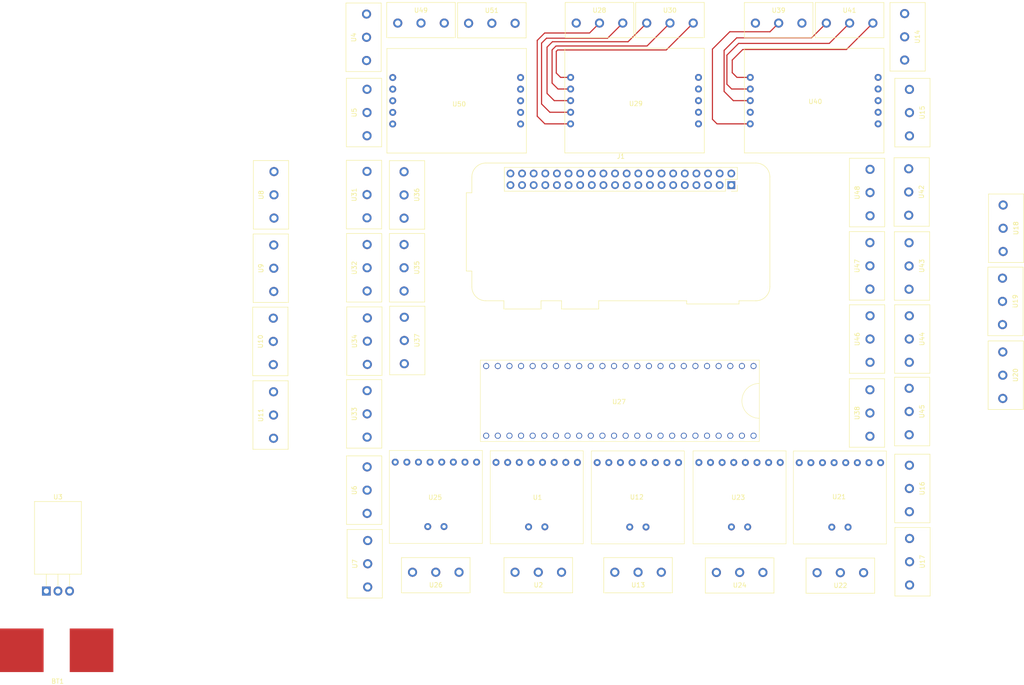
<source format=kicad_pcb>
(kicad_pcb (version 20171130) (host pcbnew "(5.1.6)-1")

  (general
    (thickness 1.6)
    (drawings 20)
    (tracks 54)
    (zones 0)
    (modules 53)
    (nets 118)
  )

  (page A4)
  (layers
    (0 F.Cu signal)
    (31 B.Cu signal)
    (32 B.Adhes user)
    (33 F.Adhes user)
    (34 B.Paste user)
    (35 F.Paste user)
    (36 B.SilkS user)
    (37 F.SilkS user)
    (38 B.Mask user)
    (39 F.Mask user)
    (40 Dwgs.User user)
    (41 Cmts.User user)
    (42 Eco1.User user)
    (43 Eco2.User user)
    (44 Edge.Cuts user)
    (45 Margin user)
    (46 B.CrtYd user)
    (47 F.CrtYd user)
    (48 B.Fab user)
    (49 F.Fab user)
  )

  (setup
    (last_trace_width 0.25)
    (trace_clearance 0.2)
    (zone_clearance 0.508)
    (zone_45_only no)
    (trace_min 0.2)
    (via_size 0.8)
    (via_drill 0.4)
    (via_min_size 0.4)
    (via_min_drill 0.3)
    (uvia_size 0.3)
    (uvia_drill 0.1)
    (uvias_allowed no)
    (uvia_min_size 0.2)
    (uvia_min_drill 0.1)
    (edge_width 0.05)
    (segment_width 0.2)
    (pcb_text_width 0.3)
    (pcb_text_size 1.5 1.5)
    (mod_edge_width 0.12)
    (mod_text_size 1 1)
    (mod_text_width 0.15)
    (pad_size 1.524 1.524)
    (pad_drill 0.762)
    (pad_to_mask_clearance 0.05)
    (aux_axis_origin 0 0)
    (visible_elements 7FFFF7FF)
    (pcbplotparams
      (layerselection 0x010fc_ffffffff)
      (usegerberextensions false)
      (usegerberattributes true)
      (usegerberadvancedattributes true)
      (creategerberjobfile true)
      (excludeedgelayer true)
      (linewidth 0.100000)
      (plotframeref false)
      (viasonmask false)
      (mode 1)
      (useauxorigin false)
      (hpglpennumber 1)
      (hpglpenspeed 20)
      (hpglpendiameter 15.000000)
      (psnegative false)
      (psa4output false)
      (plotreference true)
      (plotvalue true)
      (plotinvisibletext false)
      (padsonsilk false)
      (subtractmaskfromsilk false)
      (outputformat 1)
      (mirror false)
      (drillshape 1)
      (scaleselection 1)
      (outputdirectory ""))
  )

  (net 0 "")
  (net 1 "Net-(BT1-Pad1)")
  (net 2 GND1)
  (net 3 "Net-(J1-Pad3)")
  (net 4 "Net-(J1-Pad15)")
  (net 5 "Net-(J1-Pad16)")
  (net 6 "Net-(J1-Pad4)")
  (net 7 "Net-(J1-Pad5)")
  (net 8 +5V)
  (net 9 "Net-(J1-Pad1)")
  (net 10 "Net-(J1-Pad23)")
  (net 11 "Net-(J1-Pad24)")
  (net 12 "Net-(J1-Pad11)")
  (net 13 "Net-(J1-Pad12)")
  (net 14 "Net-(J1-Pad27)")
  (net 15 "Net-(J1-Pad28)")
  (net 16 "Net-(J1-Pad13)")
  (net 17 "Net-(J1-Pad10)")
  (net 18 "Net-(J1-Pad19)")
  (net 19 "Net-(J1-Pad37)")
  (net 20 "Net-(J1-Pad38)")
  (net 21 "Net-(J1-Pad33)")
  (net 22 "Net-(J1-Pad35)")
  (net 23 "Net-(J1-Pad36)")
  (net 24 "Net-(J1-Pad17)")
  (net 25 "Net-(J1-Pad18)")
  (net 26 "Net-(J1-Pad31)")
  (net 27 "Net-(J1-Pad32)")
  (net 28 "Net-(J1-Pad7)")
  (net 29 "Net-(J1-Pad8)")
  (net 30 "Net-(J1-Pad29)")
  (net 31 "Net-(J1-Pad21)")
  (net 32 "Net-(J1-Pad22)")
  (net 33 "Net-(J1-Pad26)")
  (net 34 "Net-(J1-Pad40)")
  (net 35 "Net-(U1-Pad3)")
  (net 36 "Net-(U1-Pad9)")
  (net 37 "Net-(U1-Pad10)")
  (net 38 "Net-(U2-Pad3)")
  (net 39 1)
  (net 40 2)
  (net 41 3)
  (net 42 4)
  (net 43 5)
  (net 44 6)
  (net 45 13)
  (net 46 15)
  (net 47 "Net-(U12-Pad10)")
  (net 48 "Net-(U12-Pad9)")
  (net 49 "Net-(U12-Pad3)")
  (net 50 "Net-(U13-Pad3)")
  (net 51 7)
  (net 52 8)
  (net 53 9)
  (net 54 10)
  (net 55 11)
  (net 56 12)
  (net 57 14)
  (net 58 "Net-(U21-Pad3)")
  (net 59 "Net-(U21-Pad9)")
  (net 60 "Net-(U21-Pad10)")
  (net 61 "Net-(U22-Pad3)")
  (net 62 "Net-(U23-Pad10)")
  (net 63 "Net-(U23-Pad9)")
  (net 64 "Net-(U23-Pad3)")
  (net 65 "Net-(U24-Pad3)")
  (net 66 "Net-(U25-Pad3)")
  (net 67 "Net-(U25-Pad9)")
  (net 68 "Net-(U25-Pad10)")
  (net 69 "Net-(U26-Pad3)")
  (net 70 19)
  (net 71 18)
  (net 72 17)
  (net 73 16)
  (net 74 "Net-(U27-Pad47)")
  (net 75 "Net-(U27-Pad33)")
  (net 76 "Net-(U27-Pad34)")
  (net 77 "Net-(U27-Pad35)")
  (net 78 "Net-(U27-Pad36)")
  (net 79 "Net-(U27-Pad37)")
  (net 80 "Net-(U27-Pad38)")
  (net 81 "Net-(U27-Pad39)")
  (net 82 21)
  (net 83 20)
  (net 84 "Net-(U27-Pad43)")
  (net 85 "Net-(U27-Pad13)")
  (net 86 "Net-(U27-Pad14)")
  (net 87 "Net-(U27-Pad15)")
  (net 88 "Net-(U27-Pad16)")
  (net 89 "Net-(U27-Pad17)")
  (net 90 "Net-(U27-Pad18)")
  (net 91 "Net-(U27-Pad19)")
  (net 92 "Net-(U27-Pad20)")
  (net 93 "Net-(U27-Pad21)")
  (net 94 "Net-(U27-Pad22)")
  (net 95 "Net-(U27-Pad23)")
  (net 96 "Net-(U27-Pad42)")
  (net 97 "Net-(U27-Pad41)")
  (net 98 "Net-(U28-Pad1)")
  (net 99 "Net-(U28-Pad2)")
  (net 100 "Net-(U28-Pad3)")
  (net 101 "Net-(U29-Pad2)")
  (net 102 "Net-(U29-Pad3)")
  (net 103 "Net-(U29-Pad1)")
  (net 104 "Net-(U32-Pad3)")
  (net 105 "Net-(U39-Pad1)")
  (net 106 "Net-(U39-Pad2)")
  (net 107 "Net-(U39-Pad3)")
  (net 108 "Net-(U40-Pad1)")
  (net 109 "Net-(U40-Pad4)")
  (net 110 "Net-(U40-Pad3)")
  (net 111 "Net-(U40-Pad2)")
  (net 112 "Net-(U49-Pad1)")
  (net 113 "Net-(U49-Pad2)")
  (net 114 "Net-(U49-Pad3)")
  (net 115 "Net-(U50-Pad2)")
  (net 116 "Net-(U50-Pad3)")
  (net 117 "Net-(U50-Pad1)")

  (net_class Default "This is the default net class."
    (clearance 0.2)
    (trace_width 0.25)
    (via_dia 0.8)
    (via_drill 0.4)
    (uvia_dia 0.3)
    (uvia_drill 0.1)
    (add_net +5V)
    (add_net 1)
    (add_net 10)
    (add_net 11)
    (add_net 12)
    (add_net 13)
    (add_net 14)
    (add_net 15)
    (add_net 16)
    (add_net 17)
    (add_net 18)
    (add_net 19)
    (add_net 2)
    (add_net 20)
    (add_net 21)
    (add_net 3)
    (add_net 4)
    (add_net 5)
    (add_net 6)
    (add_net 7)
    (add_net 8)
    (add_net 9)
    (add_net GND1)
    (add_net "Net-(BT1-Pad1)")
    (add_net "Net-(J1-Pad1)")
    (add_net "Net-(J1-Pad10)")
    (add_net "Net-(J1-Pad11)")
    (add_net "Net-(J1-Pad12)")
    (add_net "Net-(J1-Pad13)")
    (add_net "Net-(J1-Pad15)")
    (add_net "Net-(J1-Pad16)")
    (add_net "Net-(J1-Pad17)")
    (add_net "Net-(J1-Pad18)")
    (add_net "Net-(J1-Pad19)")
    (add_net "Net-(J1-Pad21)")
    (add_net "Net-(J1-Pad22)")
    (add_net "Net-(J1-Pad23)")
    (add_net "Net-(J1-Pad24)")
    (add_net "Net-(J1-Pad26)")
    (add_net "Net-(J1-Pad27)")
    (add_net "Net-(J1-Pad28)")
    (add_net "Net-(J1-Pad29)")
    (add_net "Net-(J1-Pad3)")
    (add_net "Net-(J1-Pad31)")
    (add_net "Net-(J1-Pad32)")
    (add_net "Net-(J1-Pad33)")
    (add_net "Net-(J1-Pad35)")
    (add_net "Net-(J1-Pad36)")
    (add_net "Net-(J1-Pad37)")
    (add_net "Net-(J1-Pad38)")
    (add_net "Net-(J1-Pad4)")
    (add_net "Net-(J1-Pad40)")
    (add_net "Net-(J1-Pad5)")
    (add_net "Net-(J1-Pad7)")
    (add_net "Net-(J1-Pad8)")
    (add_net "Net-(U1-Pad10)")
    (add_net "Net-(U1-Pad3)")
    (add_net "Net-(U1-Pad9)")
    (add_net "Net-(U12-Pad10)")
    (add_net "Net-(U12-Pad3)")
    (add_net "Net-(U12-Pad9)")
    (add_net "Net-(U13-Pad3)")
    (add_net "Net-(U2-Pad3)")
    (add_net "Net-(U21-Pad10)")
    (add_net "Net-(U21-Pad3)")
    (add_net "Net-(U21-Pad9)")
    (add_net "Net-(U22-Pad3)")
    (add_net "Net-(U23-Pad10)")
    (add_net "Net-(U23-Pad3)")
    (add_net "Net-(U23-Pad9)")
    (add_net "Net-(U24-Pad3)")
    (add_net "Net-(U25-Pad10)")
    (add_net "Net-(U25-Pad3)")
    (add_net "Net-(U25-Pad9)")
    (add_net "Net-(U26-Pad3)")
    (add_net "Net-(U27-Pad13)")
    (add_net "Net-(U27-Pad14)")
    (add_net "Net-(U27-Pad15)")
    (add_net "Net-(U27-Pad16)")
    (add_net "Net-(U27-Pad17)")
    (add_net "Net-(U27-Pad18)")
    (add_net "Net-(U27-Pad19)")
    (add_net "Net-(U27-Pad20)")
    (add_net "Net-(U27-Pad21)")
    (add_net "Net-(U27-Pad22)")
    (add_net "Net-(U27-Pad23)")
    (add_net "Net-(U27-Pad33)")
    (add_net "Net-(U27-Pad34)")
    (add_net "Net-(U27-Pad35)")
    (add_net "Net-(U27-Pad36)")
    (add_net "Net-(U27-Pad37)")
    (add_net "Net-(U27-Pad38)")
    (add_net "Net-(U27-Pad39)")
    (add_net "Net-(U27-Pad41)")
    (add_net "Net-(U27-Pad42)")
    (add_net "Net-(U27-Pad43)")
    (add_net "Net-(U27-Pad47)")
    (add_net "Net-(U28-Pad1)")
    (add_net "Net-(U28-Pad2)")
    (add_net "Net-(U28-Pad3)")
    (add_net "Net-(U29-Pad1)")
    (add_net "Net-(U29-Pad2)")
    (add_net "Net-(U29-Pad3)")
    (add_net "Net-(U32-Pad3)")
    (add_net "Net-(U39-Pad1)")
    (add_net "Net-(U39-Pad2)")
    (add_net "Net-(U39-Pad3)")
    (add_net "Net-(U40-Pad1)")
    (add_net "Net-(U40-Pad2)")
    (add_net "Net-(U40-Pad3)")
    (add_net "Net-(U40-Pad4)")
    (add_net "Net-(U49-Pad1)")
    (add_net "Net-(U49-Pad2)")
    (add_net "Net-(U49-Pad3)")
    (add_net "Net-(U50-Pad1)")
    (add_net "Net-(U50-Pad2)")
    (add_net "Net-(U50-Pad3)")
  )

  (module Launchbox:Lipo_Battery_Connector (layer F.Cu) (tedit 5F641BA3) (tstamp 5F829491)
    (at 30.64 189.04)
    (path /5F7495D2)
    (fp_text reference BT1 (at 0.21 6.78) (layer F.SilkS)
      (effects (font (size 1 1) (thickness 0.15)))
    )
    (fp_text value Battery_Cell (at 0.08 -7.69) (layer F.Fab)
      (effects (font (size 1 1) (thickness 0.15)))
    )
    (pad 1 smd rect (at -7.62 0) (size 9.525 9.525) (layers F.Cu F.Paste F.Mask)
      (net 1 "Net-(BT1-Pad1)"))
    (pad 2 smd rect (at 7.62 0) (size 9.525 9.525) (layers F.Cu F.Paste F.Mask)
      (net 2 GND1))
  )

  (module Module:Raspberry_Pi_Zero_Socketed_THT_FaceDown_MountingHoles (layer F.Cu) (tedit 5C6350CC) (tstamp 5F8BB638)
    (at 178.05 87.325 270)
    (descr "Raspberry Pi Zero using through hole straight pin socket, 2x20, 2.54mm pitch, https://www.raspberrypi.org/documentation/hardware/raspberrypi/mechanical/rpi_MECH_Zero_1p2.pdf")
    (tags "raspberry pi zero through hole")
    (path /5F6FDEB6)
    (fp_text reference J1 (at -6.27 24.13) (layer F.SilkS)
      (effects (font (size 1 1) (thickness 0.15)))
    )
    (fp_text value Raspberry_Pi_2_3 (at 10.23 24.13 180) (layer F.Fab)
      (effects (font (size 1 1) (thickness 0.15)))
    )
    (fp_line (start 25.29 -1.68) (end 25.29 -5.37) (layer F.SilkS) (width 0.12))
    (fp_line (start 25.99 -1.68) (end 25.29 -1.68) (layer F.SilkS) (width 0.12))
    (fp_line (start 25.99 9.74) (end 25.99 -1.68) (layer F.SilkS) (width 0.12))
    (fp_line (start 25.29 9.74) (end 25.99 9.74) (layer F.SilkS) (width 0.12))
    (fp_line (start 25.29 28.97) (end 25.29 9.74) (layer F.SilkS) (width 0.12))
    (fp_line (start 25.29 41.57) (end 25.29 37.09) (layer F.SilkS) (width 0.12))
    (fp_line (start 27.09 37.09) (end 27.09 28.97) (layer F.SilkS) (width 0.12))
    (fp_line (start 27.09 28.97) (end 25.29 28.97) (layer F.SilkS) (width 0.12))
    (fp_line (start 25.29 37.09) (end 27.09 37.09) (layer F.SilkS) (width 0.12))
    (fp_line (start 27.09 41.57) (end 25.29 41.57) (layer F.SilkS) (width 0.12))
    (fp_line (start 27.09 49.69) (end 27.09 41.57) (layer F.SilkS) (width 0.12))
    (fp_line (start 25.29 49.69) (end 27.09 49.69) (layer F.SilkS) (width 0.12))
    (fp_line (start 1.67 56.69) (end -1.77 56.69) (layer F.SilkS) (width 0.12))
    (fp_line (start 18.79 57.89) (end 18.79 56.69) (layer F.SilkS) (width 0.12))
    (fp_line (start 1.67 57.89) (end 18.79 57.89) (layer F.SilkS) (width 0.12))
    (fp_line (start 1.67 56.69) (end 1.67 57.89) (layer F.SilkS) (width 0.12))
    (fp_line (start 22.23 56.63) (end 18.73 56.63) (layer F.Fab) (width 0.1))
    (fp_line (start 18.73 56.63) (end 18.73 57.83) (layer F.Fab) (width 0.1))
    (fp_line (start 1.73 57.83) (end 18.73 57.83) (layer F.Fab) (width 0.1))
    (fp_line (start 1.73 56.63) (end 1.73 57.83) (layer F.Fab) (width 0.1))
    (fp_line (start 25.23 29.03) (end 25.23 9.68) (layer F.Fab) (width 0.1))
    (fp_line (start 25.23 41.63) (end 25.23 37.03) (layer F.Fab) (width 0.1))
    (fp_line (start 25.23 49.63) (end 25.23 53.63) (layer F.Fab) (width 0.1))
    (fp_line (start 27.03 37.03) (end 27.03 29.03) (layer F.Fab) (width 0.1))
    (fp_line (start 25.23 37.03) (end 27.03 37.03) (layer F.Fab) (width 0.1))
    (fp_line (start 27.03 29.03) (end 25.23 29.03) (layer F.Fab) (width 0.1))
    (fp_line (start -4.77 53.63) (end -4.77 -5.37) (layer F.Fab) (width 0.1))
    (fp_line (start -1.77 -8.37) (end 22.23 -8.37) (layer F.Fab) (width 0.1))
    (fp_line (start -1.77 56.63) (end 1.73 56.63) (layer F.Fab) (width 0.1))
    (fp_line (start -3.81 49.53) (end -3.81 -1.27) (layer F.Fab) (width 0.1))
    (fp_line (start 1.27 49.53) (end -3.81 49.53) (layer F.Fab) (width 0.1))
    (fp_line (start -3.87 -1.33) (end -3.87 49.59) (layer F.SilkS) (width 0.12))
    (fp_line (start -3.87 -1.33) (end -1.27 -1.33) (layer F.SilkS) (width 0.12))
    (fp_line (start 1.76 -1.8) (end 1.76 50) (layer F.CrtYd) (width 0.05))
    (fp_line (start -4.34 -1.8) (end 1.76 -1.8) (layer F.CrtYd) (width 0.05))
    (fp_line (start -4.34 50) (end -4.34 -1.8) (layer F.CrtYd) (width 0.05))
    (fp_line (start 1.76 50) (end -4.34 50) (layer F.CrtYd) (width 0.05))
    (fp_line (start -1.27 -1.33) (end -1.27 1.27) (layer F.SilkS) (width 0.12))
    (fp_line (start -1.27 1.27) (end 1.33 1.27) (layer F.SilkS) (width 0.12))
    (fp_line (start 0 -1.33) (end 1.33 -1.33) (layer F.SilkS) (width 0.12))
    (fp_line (start 1.33 -1.33) (end 1.33 0) (layer F.SilkS) (width 0.12))
    (fp_line (start 1.33 1.27) (end 1.33 49.59) (layer F.SilkS) (width 0.12))
    (fp_line (start -3.87 49.59) (end 1.33 49.59) (layer F.SilkS) (width 0.12))
    (fp_line (start 0.27 -1.27) (end 1.27 -0.27) (layer F.Fab) (width 0.1))
    (fp_line (start -3.81 -1.27) (end 0.27 -1.27) (layer F.Fab) (width 0.1))
    (fp_line (start 1.27 -0.27) (end 1.27 49.53) (layer F.Fab) (width 0.1))
    (fp_line (start 18.79 56.69) (end 22.23 56.69) (layer F.SilkS) (width 0.12))
    (fp_line (start 25.29 53.63) (end 25.29 49.69) (layer F.SilkS) (width 0.12))
    (fp_line (start -1.77 -8.43) (end 22.23 -8.43) (layer F.SilkS) (width 0.12))
    (fp_line (start -4.83 53.63) (end -4.83 -5.37) (layer F.SilkS) (width 0.12))
    (fp_line (start 27.53 50.13) (end 25.48 50.13) (layer F.CrtYd) (width 0.05))
    (fp_line (start 27.53 41.13) (end 25.48 41.13) (layer F.CrtYd) (width 0.05))
    (fp_line (start 27.53 50.13) (end 27.53 41.13) (layer F.CrtYd) (width 0.05))
    (fp_line (start 27.53 37.53) (end 25.48 37.53) (layer F.CrtYd) (width 0.05))
    (fp_line (start 27.53 37.53) (end 27.53 28.53) (layer F.CrtYd) (width 0.05))
    (fp_line (start 27.53 28.53) (end 25.48 28.53) (layer F.CrtYd) (width 0.05))
    (fp_line (start 26.43 10.18) (end 25.48 10.18) (layer F.CrtYd) (width 0.05))
    (fp_line (start 26.43 -2.12) (end 25.48 -2.12) (layer F.CrtYd) (width 0.05))
    (fp_line (start 26.43 -2.12) (end 26.43 10.18) (layer F.CrtYd) (width 0.05))
    (fp_line (start 1.23 58.33) (end 1.23 56.88) (layer F.CrtYd) (width 0.05))
    (fp_line (start 19.23 58.33) (end 19.23 56.88) (layer F.CrtYd) (width 0.05))
    (fp_line (start 19.23 58.33) (end 1.23 58.33) (layer F.CrtYd) (width 0.05))
    (fp_line (start -5.02 56.88) (end -5.02 -8.62) (layer F.CrtYd) (width 0.05))
    (fp_line (start 25.48 28.53) (end 25.48 10.18) (layer F.CrtYd) (width 0.05))
    (fp_line (start -5.02 -8.62) (end 25.48 -8.62) (layer F.CrtYd) (width 0.05))
    (fp_line (start 25.48 -2.12) (end 25.48 -8.62) (layer F.CrtYd) (width 0.05))
    (fp_line (start 25.48 37.53) (end 25.48 41.13) (layer F.CrtYd) (width 0.05))
    (fp_line (start 25.48 50.13) (end 25.48 56.88) (layer F.CrtYd) (width 0.05))
    (fp_line (start -5.02 56.88) (end 1.23 56.88) (layer F.CrtYd) (width 0.05))
    (fp_line (start 19.23 56.88) (end 25.48 56.88) (layer F.CrtYd) (width 0.05))
    (fp_line (start 25.23 -1.62) (end 25.93 -1.62) (layer F.Fab) (width 0.1))
    (fp_line (start 25.23 9.68) (end 25.93 9.68) (layer F.Fab) (width 0.1))
    (fp_line (start 25.93 9.68) (end 25.93 -1.62) (layer F.Fab) (width 0.1))
    (fp_line (start 25.23 -1.62) (end 25.23 -5.37) (layer F.Fab) (width 0.1))
    (fp_line (start 25.23 49.63) (end 27.03 49.63) (layer F.Fab) (width 0.1))
    (fp_line (start 27.03 49.63) (end 27.03 41.63) (layer F.Fab) (width 0.1))
    (fp_line (start 27.03 41.63) (end 25.23 41.63) (layer F.Fab) (width 0.1))
    (fp_arc (start 22.23 -5.37) (end 22.23 -8.43) (angle 90) (layer F.SilkS) (width 0.12))
    (fp_arc (start 22.23 53.63) (end 25.23 53.63) (angle 90) (layer F.Fab) (width 0.1))
    (fp_arc (start -1.77 -5.37) (end -4.83 -5.37) (angle 90) (layer F.SilkS) (width 0.12))
    (fp_arc (start -1.77 53.63) (end -1.77 56.69) (angle 90) (layer F.SilkS) (width 0.12))
    (fp_arc (start 22.23 53.63) (end 25.29 53.63) (angle 90) (layer F.SilkS) (width 0.12))
    (fp_arc (start 22.23 -5.37) (end 22.23 -8.37) (angle 90) (layer F.Fab) (width 0.1))
    (fp_arc (start -1.77 -5.37) (end -4.77 -5.37) (angle 90) (layer F.Fab) (width 0.1))
    (fp_arc (start -1.77 53.63) (end -1.77 56.63) (angle 90) (layer F.Fab) (width 0.1))
    (fp_text user %R (at -1.27 24.13) (layer F.Fab)
      (effects (font (size 1 1) (thickness 0.15)))
    )
    (pad 6 thru_hole oval (at -2.54 5.08 270) (size 1.7 1.7) (drill 1) (layers *.Cu *.Mask)
      (net 2 GND1))
    (pad 3 thru_hole oval (at 0 2.54 270) (size 1.7 1.7) (drill 1) (layers *.Cu *.Mask)
      (net 3 "Net-(J1-Pad3)"))
    (pad 15 thru_hole oval (at 0 17.78 270) (size 1.7 1.7) (drill 1) (layers *.Cu *.Mask)
      (net 4 "Net-(J1-Pad15)"))
    (pad 16 thru_hole oval (at -2.54 17.78 270) (size 1.7 1.7) (drill 1) (layers *.Cu *.Mask)
      (net 5 "Net-(J1-Pad16)"))
    (pad 4 thru_hole oval (at -2.54 2.54 270) (size 1.7 1.7) (drill 1) (layers *.Cu *.Mask)
      (net 6 "Net-(J1-Pad4)"))
    (pad 5 thru_hole oval (at 0 5.08 270) (size 1.7 1.7) (drill 1) (layers *.Cu *.Mask)
      (net 7 "Net-(J1-Pad5)"))
    (pad 2 thru_hole oval (at -2.54 0 270) (size 1.7 1.7) (drill 1) (layers *.Cu *.Mask)
      (net 8 +5V))
    (pad 1 thru_hole rect (at 0 0 270) (size 1.7 1.7) (drill 1) (layers *.Cu *.Mask)
      (net 9 "Net-(J1-Pad1)"))
    (pad 23 thru_hole oval (at 0 27.94 270) (size 1.7 1.7) (drill 1) (layers *.Cu *.Mask)
      (net 10 "Net-(J1-Pad23)"))
    (pad 24 thru_hole oval (at -2.54 27.94 270) (size 1.7 1.7) (drill 1) (layers *.Cu *.Mask)
      (net 11 "Net-(J1-Pad24)"))
    (pad 11 thru_hole oval (at 0 12.7 270) (size 1.7 1.7) (drill 1) (layers *.Cu *.Mask)
      (net 12 "Net-(J1-Pad11)"))
    (pad 12 thru_hole oval (at -2.54 12.7 270) (size 1.7 1.7) (drill 1) (layers *.Cu *.Mask)
      (net 13 "Net-(J1-Pad12)"))
    (pad 27 thru_hole oval (at 0 33.02 270) (size 1.7 1.7) (drill 1) (layers *.Cu *.Mask)
      (net 14 "Net-(J1-Pad27)"))
    (pad 28 thru_hole oval (at -2.54 33.02 270) (size 1.7 1.7) (drill 1) (layers *.Cu *.Mask)
      (net 15 "Net-(J1-Pad28)"))
    (pad 13 thru_hole oval (at 0 15.24 270) (size 1.7 1.7) (drill 1) (layers *.Cu *.Mask)
      (net 16 "Net-(J1-Pad13)"))
    (pad 14 thru_hole oval (at -2.54 15.24 270) (size 1.7 1.7) (drill 1) (layers *.Cu *.Mask)
      (net 2 GND1))
    (pad 9 thru_hole oval (at 0 10.16 270) (size 1.7 1.7) (drill 1) (layers *.Cu *.Mask)
      (net 2 GND1))
    (pad 10 thru_hole oval (at -2.54 10.16 270) (size 1.7 1.7) (drill 1) (layers *.Cu *.Mask)
      (net 17 "Net-(J1-Pad10)"))
    (pad 19 thru_hole oval (at 0 22.86 270) (size 1.7 1.7) (drill 1) (layers *.Cu *.Mask)
      (net 18 "Net-(J1-Pad19)"))
    (pad 20 thru_hole oval (at -2.54 22.86 270) (size 1.7 1.7) (drill 1) (layers *.Cu *.Mask)
      (net 2 GND1))
    (pad 37 thru_hole oval (at 0 45.72 270) (size 1.7 1.7) (drill 1) (layers *.Cu *.Mask)
      (net 19 "Net-(J1-Pad37)"))
    (pad 38 thru_hole oval (at -2.54 45.72 270) (size 1.7 1.7) (drill 1) (layers *.Cu *.Mask)
      (net 20 "Net-(J1-Pad38)"))
    (pad 33 thru_hole oval (at 0 40.64 270) (size 1.7 1.7) (drill 1) (layers *.Cu *.Mask)
      (net 21 "Net-(J1-Pad33)"))
    (pad 34 thru_hole oval (at -2.54 40.64 270) (size 1.7 1.7) (drill 1) (layers *.Cu *.Mask)
      (net 2 GND1))
    (pad 35 thru_hole oval (at 0 43.18 270) (size 1.7 1.7) (drill 1) (layers *.Cu *.Mask)
      (net 22 "Net-(J1-Pad35)"))
    (pad 36 thru_hole oval (at -2.54 43.18 270) (size 1.7 1.7) (drill 1) (layers *.Cu *.Mask)
      (net 23 "Net-(J1-Pad36)"))
    (pad 17 thru_hole oval (at 0 20.32 270) (size 1.7 1.7) (drill 1) (layers *.Cu *.Mask)
      (net 24 "Net-(J1-Pad17)"))
    (pad 18 thru_hole oval (at -2.54 20.32 270) (size 1.7 1.7) (drill 1) (layers *.Cu *.Mask)
      (net 25 "Net-(J1-Pad18)"))
    (pad 31 thru_hole oval (at 0 38.1 270) (size 1.7 1.7) (drill 1) (layers *.Cu *.Mask)
      (net 26 "Net-(J1-Pad31)"))
    (pad 32 thru_hole oval (at -2.54 38.1 270) (size 1.7 1.7) (drill 1) (layers *.Cu *.Mask)
      (net 27 "Net-(J1-Pad32)"))
    (pad 7 thru_hole oval (at 0 7.62 270) (size 1.7 1.7) (drill 1) (layers *.Cu *.Mask)
      (net 28 "Net-(J1-Pad7)"))
    (pad 8 thru_hole oval (at -2.54 7.62 270) (size 1.7 1.7) (drill 1) (layers *.Cu *.Mask)
      (net 29 "Net-(J1-Pad8)"))
    (pad 29 thru_hole oval (at 0 35.56 270) (size 1.7 1.7) (drill 1) (layers *.Cu *.Mask)
      (net 30 "Net-(J1-Pad29)"))
    (pad 30 thru_hole oval (at -2.54 35.56 270) (size 1.7 1.7) (drill 1) (layers *.Cu *.Mask)
      (net 2 GND1))
    (pad 21 thru_hole oval (at 0 25.4 270) (size 1.7 1.7) (drill 1) (layers *.Cu *.Mask)
      (net 31 "Net-(J1-Pad21)"))
    (pad 22 thru_hole oval (at -2.54 25.4 270) (size 1.7 1.7) (drill 1) (layers *.Cu *.Mask)
      (net 32 "Net-(J1-Pad22)"))
    (pad 25 thru_hole oval (at 0 30.48 270) (size 1.7 1.7) (drill 1) (layers *.Cu *.Mask)
      (net 2 GND1))
    (pad 26 thru_hole oval (at -2.54 30.48 270) (size 1.7 1.7) (drill 1) (layers *.Cu *.Mask)
      (net 33 "Net-(J1-Pad26)"))
    (pad 39 thru_hole oval (at 0 48.26 270) (size 1.7 1.7) (drill 1) (layers *.Cu *.Mask)
      (net 2 GND1))
    (pad 40 thru_hole oval (at -2.54 48.26 270) (size 1.7 1.7) (drill 1) (layers *.Cu *.Mask)
      (net 34 "Net-(J1-Pad40)"))
    (pad "" np_thru_hole circle (at -1.27 -4.87) (size 2.75 2.75) (drill 2.75) (layers *.Cu *.Mask)
      (solder_mask_margin 1.625))
    (pad "" np_thru_hole circle (at 21.73 53.13) (size 2.75 2.75) (drill 2.75) (layers *.Cu *.Mask)
      (solder_mask_margin 1.625))
    (pad "" np_thru_hole circle (at 21.73 -4.87) (size 2.75 2.75) (drill 2.75) (layers *.Cu *.Mask)
      (solder_mask_margin 1.625))
    (pad "" np_thru_hole circle (at -1.27 53.13) (size 2.75 2.75) (drill 2.75) (layers *.Cu *.Mask)
      (solder_mask_margin 1.625))
    (model ${KISYS3DMOD}/Module.3dshapes/Raspberry_Pi_Zero_Socketed_THT_FaceDown_MountingHoles.wrl
      (at (xyz 0 0 0))
      (scale (xyz 1 1 1))
      (rotate (xyz 0 0 0))
    )
  )

  (module Launchbox:MAX31850 (layer F.Cu) (tedit 5F7765C6) (tstamp 5F8B50FE)
    (at 135.535 155.575 180)
    (path /5F9D4EB1)
    (fp_text reference U1 (at -0.17 -0.04) (layer F.SilkS)
      (effects (font (size 1 1) (thickness 0.15)))
    )
    (fp_text value MAX31850 (at -0.11 -9.03) (layer F.Fab)
      (effects (font (size 1 1) (thickness 0.15)))
    )
    (fp_line (start -10.16 10.16) (end -10.16 -10.16) (layer F.SilkS) (width 0.1016))
    (fp_line (start -10.16 10.16) (end 10.16 10.16) (layer F.SilkS) (width 0.1016))
    (fp_line (start 10.16 -10.16) (end -10.16 -10.16) (layer F.SilkS) (width 0.1016))
    (fp_line (start 10.16 -10.16) (end 10.16 10.16) (layer F.SilkS) (width 0.1016))
    (pad 1 thru_hole circle (at -8.89 7.62 180) (size 1.524 1.524) (drill 0.762) (layers *.Cu *.Mask)
      (net 2 GND1))
    (pad 2 thru_hole circle (at -6.35 7.62 180) (size 1.524 1.524) (drill 0.762) (layers *.Cu *.Mask)
      (net 8 +5V))
    (pad 3 thru_hole circle (at -3.81 7.62 180) (size 1.524 1.524) (drill 0.762) (layers *.Cu *.Mask)
      (net 35 "Net-(U1-Pad3)"))
    (pad 4 thru_hole circle (at -1.27 7.62 180) (size 1.524 1.524) (drill 0.762) (layers *.Cu *.Mask)
      (net 8 +5V))
    (pad 5 thru_hole circle (at 1.27 7.62 180) (size 1.524 1.524) (drill 0.762) (layers *.Cu *.Mask)
      (net 2 GND1))
    (pad 6 thru_hole circle (at 3.81 7.62 180) (size 1.524 1.524) (drill 0.762) (layers *.Cu *.Mask)
      (net 8 +5V))
    (pad 7 thru_hole circle (at 6.35 7.62 180) (size 1.524 1.524) (drill 0.762) (layers *.Cu *.Mask)
      (net 2 GND1))
    (pad 8 thru_hole circle (at 8.89 7.62 180) (size 1.524 1.524) (drill 0.762) (layers *.Cu *.Mask)
      (net 2 GND1))
    (pad 9 thru_hole circle (at 1.778 -6.477 180) (size 1.524 1.524) (drill 0.762) (layers *.Cu *.Mask)
      (net 36 "Net-(U1-Pad9)"))
    (pad 10 thru_hole circle (at -1.778 -6.477 180) (size 1.524 1.524) (drill 0.762) (layers *.Cu *.Mask)
      (net 37 "Net-(U1-Pad10)"))
  )

  (module Launchbox:ScrewTerminals (layer F.Cu) (tedit 5F821150) (tstamp 5F8B512A)
    (at 135.875 171.975)
    (path /5F95FE72)
    (fp_text reference U2 (at 0.02 2.794) (layer F.SilkS)
      (effects (font (size 1 1) (thickness 0.15)))
    )
    (fp_text value SerialScrewTerminals (at 0 -2.032) (layer F.Fab)
      (effects (font (size 1 1) (thickness 0.15)))
    )
    (fp_line (start -7.493 4.5) (end 7.493 4.5) (layer F.SilkS) (width 0.12))
    (fp_line (start -7.493 4.5) (end -7.493 -3.2) (layer F.SilkS) (width 0.12))
    (fp_line (start -7.493 -3.2) (end 7.493 -3.2) (layer F.SilkS) (width 0.12))
    (fp_line (start 7.493 4.5) (end 7.493 -3.2) (layer F.SilkS) (width 0.12))
    (pad 3 thru_hole circle (at 5.08 0) (size 2 2) (drill 1.2) (layers *.Cu *.Mask)
      (net 38 "Net-(U2-Pad3)"))
    (pad 2 thru_hole circle (at 0 0) (size 2 2) (drill 1.2) (layers *.Cu *.Mask)
      (net 37 "Net-(U1-Pad10)"))
    (pad 1 thru_hole circle (at -5.08 0) (size 2 2) (drill 1.2) (layers *.Cu *.Mask)
      (net 36 "Net-(U1-Pad9)"))
  )

  (module Package_TO_SOT_THT:TO-220-3_Horizontal_TabDown (layer F.Cu) (tedit 5AC8BA0D) (tstamp 5F829554)
    (at 28.38 176.09)
    (descr "TO-220-3, Horizontal, RM 2.54mm, see https://www.vishay.com/docs/66542/to-220-1.pdf")
    (tags "TO-220-3 Horizontal RM 2.54mm")
    (path /5F74367E)
    (fp_text reference U3 (at 2.54 -20.58) (layer F.SilkS)
      (effects (font (size 1 1) (thickness 0.15)))
    )
    (fp_text value L7805 (at 2.54 2) (layer F.Fab)
      (effects (font (size 1 1) (thickness 0.15)))
    )
    (fp_line (start 7.79 -19.71) (end -2.71 -19.71) (layer F.CrtYd) (width 0.05))
    (fp_line (start 7.79 1.25) (end 7.79 -19.71) (layer F.CrtYd) (width 0.05))
    (fp_line (start -2.71 1.25) (end 7.79 1.25) (layer F.CrtYd) (width 0.05))
    (fp_line (start -2.71 -19.71) (end -2.71 1.25) (layer F.CrtYd) (width 0.05))
    (fp_line (start 5.08 -3.69) (end 5.08 -1.15) (layer F.SilkS) (width 0.12))
    (fp_line (start 2.54 -3.69) (end 2.54 -1.15) (layer F.SilkS) (width 0.12))
    (fp_line (start 0 -3.69) (end 0 -1.15) (layer F.SilkS) (width 0.12))
    (fp_line (start 7.66 -19.58) (end 7.66 -3.69) (layer F.SilkS) (width 0.12))
    (fp_line (start -2.58 -19.58) (end -2.58 -3.69) (layer F.SilkS) (width 0.12))
    (fp_line (start -2.58 -19.58) (end 7.66 -19.58) (layer F.SilkS) (width 0.12))
    (fp_line (start -2.58 -3.69) (end 7.66 -3.69) (layer F.SilkS) (width 0.12))
    (fp_line (start 5.08 -3.81) (end 5.08 0) (layer F.Fab) (width 0.1))
    (fp_line (start 2.54 -3.81) (end 2.54 0) (layer F.Fab) (width 0.1))
    (fp_line (start 0 -3.81) (end 0 0) (layer F.Fab) (width 0.1))
    (fp_line (start 7.54 -3.81) (end -2.46 -3.81) (layer F.Fab) (width 0.1))
    (fp_line (start 7.54 -13.06) (end 7.54 -3.81) (layer F.Fab) (width 0.1))
    (fp_line (start -2.46 -13.06) (end 7.54 -13.06) (layer F.Fab) (width 0.1))
    (fp_line (start -2.46 -3.81) (end -2.46 -13.06) (layer F.Fab) (width 0.1))
    (fp_line (start 7.54 -13.06) (end -2.46 -13.06) (layer F.Fab) (width 0.1))
    (fp_line (start 7.54 -19.46) (end 7.54 -13.06) (layer F.Fab) (width 0.1))
    (fp_line (start -2.46 -19.46) (end 7.54 -19.46) (layer F.Fab) (width 0.1))
    (fp_line (start -2.46 -13.06) (end -2.46 -19.46) (layer F.Fab) (width 0.1))
    (fp_circle (center 2.54 -16.66) (end 4.39 -16.66) (layer F.Fab) (width 0.1))
    (fp_text user %R (at 2.54 -20.58) (layer F.Fab)
      (effects (font (size 1 1) (thickness 0.15)))
    )
    (pad "" np_thru_hole oval (at 2.54 -16.66) (size 3.5 3.5) (drill 3.5) (layers *.Cu *.Mask))
    (pad 1 thru_hole rect (at 0 0) (size 1.905 2) (drill 1.1) (layers *.Cu *.Mask)
      (net 1 "Net-(BT1-Pad1)"))
    (pad 2 thru_hole oval (at 2.54 0) (size 1.905 2) (drill 1.1) (layers *.Cu *.Mask)
      (net 2 GND1))
    (pad 3 thru_hole oval (at 5.08 0) (size 1.905 2) (drill 1.1) (layers *.Cu *.Mask)
      (net 8 +5V))
    (model ${KISYS3DMOD}/Package_TO_SOT_THT.3dshapes/TO-220-3_Horizontal_TabDown.wrl
      (at (xyz 0 0 0))
      (scale (xyz 1 1 1))
      (rotate (xyz 0 0 0))
    )
  )

  (module Launchbox:ScrewTerminals (layer F.Cu) (tedit 5F821150) (tstamp 5F8B4493)
    (at 98.35 55 270)
    (path /5FB98236)
    (fp_text reference U4 (at 0.02 2.794 90) (layer F.SilkS)
      (effects (font (size 1 1) (thickness 0.15)))
    )
    (fp_text value SerialScrewTerminals (at 0 -2.032 90) (layer F.Fab)
      (effects (font (size 1 1) (thickness 0.15)))
    )
    (fp_line (start -7.493 4.5) (end 7.493 4.5) (layer F.SilkS) (width 0.12))
    (fp_line (start -7.493 4.5) (end -7.493 -3.2) (layer F.SilkS) (width 0.12))
    (fp_line (start -7.493 -3.2) (end 7.493 -3.2) (layer F.SilkS) (width 0.12))
    (fp_line (start 7.493 4.5) (end 7.493 -3.2) (layer F.SilkS) (width 0.12))
    (pad 3 thru_hole circle (at 5.08 0 270) (size 2 2) (drill 1.2) (layers *.Cu *.Mask)
      (net 2 GND1))
    (pad 2 thru_hole circle (at 0 0 270) (size 2 2) (drill 1.2) (layers *.Cu *.Mask)
      (net 8 +5V))
    (pad 1 thru_hole circle (at -5.08 0 270) (size 2 2) (drill 1.2) (layers *.Cu *.Mask)
      (net 39 1))
  )

  (module Launchbox:ScrewTerminals (layer F.Cu) (tedit 5F821150) (tstamp 5F82A97F)
    (at 98.45 71.45 270)
    (path /5FB98D32)
    (fp_text reference U5 (at 0.02 2.794 90) (layer F.SilkS)
      (effects (font (size 1 1) (thickness 0.15)))
    )
    (fp_text value SerialScrewTerminals (at 0 -2.032 90) (layer F.Fab)
      (effects (font (size 1 1) (thickness 0.15)))
    )
    (fp_line (start 7.493 4.5) (end 7.493 -3.2) (layer F.SilkS) (width 0.12))
    (fp_line (start -7.493 -3.2) (end 7.493 -3.2) (layer F.SilkS) (width 0.12))
    (fp_line (start -7.493 4.5) (end -7.493 -3.2) (layer F.SilkS) (width 0.12))
    (fp_line (start -7.493 4.5) (end 7.493 4.5) (layer F.SilkS) (width 0.12))
    (pad 1 thru_hole circle (at -5.08 0 270) (size 2 2) (drill 1.2) (layers *.Cu *.Mask)
      (net 40 2))
    (pad 2 thru_hole circle (at 0 0 270) (size 2 2) (drill 1.2) (layers *.Cu *.Mask)
      (net 8 +5V))
    (pad 3 thru_hole circle (at 5.08 0 270) (size 2 2) (drill 1.2) (layers *.Cu *.Mask)
      (net 2 GND1))
  )

  (module Launchbox:ScrewTerminals (layer F.Cu) (tedit 5F821150) (tstamp 5F82B45F)
    (at 98.475 154.025 270)
    (path /5FB9903B)
    (fp_text reference U6 (at 0.02 2.794 90) (layer F.SilkS)
      (effects (font (size 1 1) (thickness 0.15)))
    )
    (fp_text value SerialScrewTerminals (at 0 -2.032 90) (layer F.Fab)
      (effects (font (size 1 1) (thickness 0.15)))
    )
    (fp_line (start -7.493 4.5) (end 7.493 4.5) (layer F.SilkS) (width 0.12))
    (fp_line (start -7.493 4.5) (end -7.493 -3.2) (layer F.SilkS) (width 0.12))
    (fp_line (start -7.493 -3.2) (end 7.493 -3.2) (layer F.SilkS) (width 0.12))
    (fp_line (start 7.493 4.5) (end 7.493 -3.2) (layer F.SilkS) (width 0.12))
    (pad 3 thru_hole circle (at 5.08 0 270) (size 2 2) (drill 1.2) (layers *.Cu *.Mask)
      (net 2 GND1))
    (pad 2 thru_hole circle (at 0 0 270) (size 2 2) (drill 1.2) (layers *.Cu *.Mask)
      (net 8 +5V))
    (pad 1 thru_hole circle (at -5.08 0 270) (size 2 2) (drill 1.2) (layers *.Cu *.Mask)
      (net 41 3))
  )

  (module Launchbox:ScrewTerminals (layer F.Cu) (tedit 5F821150) (tstamp 5F82B4D7)
    (at 98.6 170.125 270)
    (path /5FB99510)
    (fp_text reference U7 (at 0.02 2.794 90) (layer F.SilkS)
      (effects (font (size 1 1) (thickness 0.15)))
    )
    (fp_text value SerialScrewTerminals (at 0 -2.032 90) (layer F.Fab)
      (effects (font (size 1 1) (thickness 0.15)))
    )
    (fp_line (start 7.493 4.5) (end 7.493 -3.2) (layer F.SilkS) (width 0.12))
    (fp_line (start -7.493 -3.2) (end 7.493 -3.2) (layer F.SilkS) (width 0.12))
    (fp_line (start -7.493 4.5) (end -7.493 -3.2) (layer F.SilkS) (width 0.12))
    (fp_line (start -7.493 4.5) (end 7.493 4.5) (layer F.SilkS) (width 0.12))
    (pad 1 thru_hole circle (at -5.08 0 270) (size 2 2) (drill 1.2) (layers *.Cu *.Mask)
      (net 42 4))
    (pad 2 thru_hole circle (at 0 0 270) (size 2 2) (drill 1.2) (layers *.Cu *.Mask)
      (net 8 +5V))
    (pad 3 thru_hole circle (at 5.08 0 270) (size 2 2) (drill 1.2) (layers *.Cu *.Mask)
      (net 2 GND1))
  )

  (module Launchbox:ScrewTerminals (layer F.Cu) (tedit 5F821150) (tstamp 5F8B4DA5)
    (at 78.125 89.45 270)
    (path /5FB99945)
    (fp_text reference U8 (at 0.02 2.794 90) (layer F.SilkS)
      (effects (font (size 1 1) (thickness 0.15)))
    )
    (fp_text value SerialScrewTerminals (at 0 -2.032 90) (layer F.Fab)
      (effects (font (size 1 1) (thickness 0.15)))
    )
    (fp_line (start -7.493 4.5) (end 7.493 4.5) (layer F.SilkS) (width 0.12))
    (fp_line (start -7.493 4.5) (end -7.493 -3.2) (layer F.SilkS) (width 0.12))
    (fp_line (start -7.493 -3.2) (end 7.493 -3.2) (layer F.SilkS) (width 0.12))
    (fp_line (start 7.493 4.5) (end 7.493 -3.2) (layer F.SilkS) (width 0.12))
    (pad 3 thru_hole circle (at 5.08 0 270) (size 2 2) (drill 1.2) (layers *.Cu *.Mask)
      (net 2 GND1))
    (pad 2 thru_hole circle (at 0 0 270) (size 2 2) (drill 1.2) (layers *.Cu *.Mask)
      (net 8 +5V))
    (pad 1 thru_hole circle (at -5.08 0 270) (size 2 2) (drill 1.2) (layers *.Cu *.Mask)
      (net 43 5))
  )

  (module Launchbox:ScrewTerminals (layer F.Cu) (tedit 5F821150) (tstamp 5F8B4DC3)
    (at 78.075 105.5 270)
    (path /5FB99BAE)
    (fp_text reference U9 (at 0.02 2.794 90) (layer F.SilkS)
      (effects (font (size 1 1) (thickness 0.15)))
    )
    (fp_text value SerialScrewTerminals (at 0 -2.032 90) (layer F.Fab)
      (effects (font (size 1 1) (thickness 0.15)))
    )
    (fp_line (start 7.493 4.5) (end 7.493 -3.2) (layer F.SilkS) (width 0.12))
    (fp_line (start -7.493 -3.2) (end 7.493 -3.2) (layer F.SilkS) (width 0.12))
    (fp_line (start -7.493 4.5) (end -7.493 -3.2) (layer F.SilkS) (width 0.12))
    (fp_line (start -7.493 4.5) (end 7.493 4.5) (layer F.SilkS) (width 0.12))
    (pad 1 thru_hole circle (at -5.08 0 270) (size 2 2) (drill 1.2) (layers *.Cu *.Mask)
      (net 44 6))
    (pad 2 thru_hole circle (at 0 0 270) (size 2 2) (drill 1.2) (layers *.Cu *.Mask)
      (net 8 +5V))
    (pad 3 thru_hole circle (at 5.08 0 270) (size 2 2) (drill 1.2) (layers *.Cu *.Mask)
      (net 2 GND1))
  )

  (module Launchbox:ScrewTerminals (layer F.Cu) (tedit 5F821150) (tstamp 5F8B4D87)
    (at 77.975 121.5 270)
    (path /6012E591)
    (fp_text reference U10 (at 0.02 2.794 90) (layer F.SilkS)
      (effects (font (size 1 1) (thickness 0.15)))
    )
    (fp_text value SerialScrewTerminals (at 0 -2.032 90) (layer F.Fab)
      (effects (font (size 1 1) (thickness 0.15)))
    )
    (fp_line (start -7.493 4.5) (end 7.493 4.5) (layer F.SilkS) (width 0.12))
    (fp_line (start -7.493 4.5) (end -7.493 -3.2) (layer F.SilkS) (width 0.12))
    (fp_line (start -7.493 -3.2) (end 7.493 -3.2) (layer F.SilkS) (width 0.12))
    (fp_line (start 7.493 4.5) (end 7.493 -3.2) (layer F.SilkS) (width 0.12))
    (pad 3 thru_hole circle (at 5.08 0 270) (size 2 2) (drill 1.2) (layers *.Cu *.Mask)
      (net 2 GND1))
    (pad 2 thru_hole circle (at 0 0 270) (size 2 2) (drill 1.2) (layers *.Cu *.Mask)
      (net 8 +5V))
    (pad 1 thru_hole circle (at -5.08 0 270) (size 2 2) (drill 1.2) (layers *.Cu *.Mask)
      (net 45 13))
  )

  (module Launchbox:ScrewTerminals (layer F.Cu) (tedit 5F821150) (tstamp 5F8B4DE1)
    (at 78.025 137.6 270)
    (path /6012F5CB)
    (fp_text reference U11 (at 0.02 2.794 90) (layer F.SilkS)
      (effects (font (size 1 1) (thickness 0.15)))
    )
    (fp_text value SerialScrewTerminals (at 0 -2.032 90) (layer F.Fab)
      (effects (font (size 1 1) (thickness 0.15)))
    )
    (fp_line (start -7.493 4.5) (end 7.493 4.5) (layer F.SilkS) (width 0.12))
    (fp_line (start -7.493 4.5) (end -7.493 -3.2) (layer F.SilkS) (width 0.12))
    (fp_line (start -7.493 -3.2) (end 7.493 -3.2) (layer F.SilkS) (width 0.12))
    (fp_line (start 7.493 4.5) (end 7.493 -3.2) (layer F.SilkS) (width 0.12))
    (pad 3 thru_hole circle (at 5.08 0 270) (size 2 2) (drill 1.2) (layers *.Cu *.Mask)
      (net 2 GND1))
    (pad 2 thru_hole circle (at 0 0 270) (size 2 2) (drill 1.2) (layers *.Cu *.Mask)
      (net 8 +5V))
    (pad 1 thru_hole circle (at -5.08 0 270) (size 2 2) (drill 1.2) (layers *.Cu *.Mask)
      (net 46 15))
  )

  (module Launchbox:MAX31850 (layer F.Cu) (tedit 5F7765C6) (tstamp 5F8B505C)
    (at 157.635 155.605 180)
    (path /5F9D3FA0)
    (fp_text reference U12 (at 0.23 0.06) (layer F.SilkS)
      (effects (font (size 1 1) (thickness 0.15)))
    )
    (fp_text value MAX31850 (at -0.04 -9.06) (layer F.Fab)
      (effects (font (size 1 1) (thickness 0.15)))
    )
    (fp_line (start 10.16 -10.16) (end 10.16 10.16) (layer F.SilkS) (width 0.1016))
    (fp_line (start 10.16 -10.16) (end -10.16 -10.16) (layer F.SilkS) (width 0.1016))
    (fp_line (start -10.16 10.16) (end 10.16 10.16) (layer F.SilkS) (width 0.1016))
    (fp_line (start -10.16 10.16) (end -10.16 -10.16) (layer F.SilkS) (width 0.1016))
    (pad 10 thru_hole circle (at -1.778 -6.477 180) (size 1.524 1.524) (drill 0.762) (layers *.Cu *.Mask)
      (net 47 "Net-(U12-Pad10)"))
    (pad 9 thru_hole circle (at 1.778 -6.477 180) (size 1.524 1.524) (drill 0.762) (layers *.Cu *.Mask)
      (net 48 "Net-(U12-Pad9)"))
    (pad 8 thru_hole circle (at 8.89 7.62 180) (size 1.524 1.524) (drill 0.762) (layers *.Cu *.Mask)
      (net 2 GND1))
    (pad 7 thru_hole circle (at 6.35 7.62 180) (size 1.524 1.524) (drill 0.762) (layers *.Cu *.Mask)
      (net 2 GND1))
    (pad 6 thru_hole circle (at 3.81 7.62 180) (size 1.524 1.524) (drill 0.762) (layers *.Cu *.Mask)
      (net 8 +5V))
    (pad 5 thru_hole circle (at 1.27 7.62 180) (size 1.524 1.524) (drill 0.762) (layers *.Cu *.Mask)
      (net 2 GND1))
    (pad 4 thru_hole circle (at -1.27 7.62 180) (size 1.524 1.524) (drill 0.762) (layers *.Cu *.Mask)
      (net 2 GND1))
    (pad 3 thru_hole circle (at -3.81 7.62 180) (size 1.524 1.524) (drill 0.762) (layers *.Cu *.Mask)
      (net 49 "Net-(U12-Pad3)"))
    (pad 2 thru_hole circle (at -6.35 7.62 180) (size 1.524 1.524) (drill 0.762) (layers *.Cu *.Mask)
      (net 8 +5V))
    (pad 1 thru_hole circle (at -8.89 7.62 180) (size 1.524 1.524) (drill 0.762) (layers *.Cu *.Mask)
      (net 2 GND1))
  )

  (module Launchbox:ScrewTerminals (layer F.Cu) (tedit 5F821150) (tstamp 5F8B5037)
    (at 157.675 171.975)
    (path /5FACEF68)
    (fp_text reference U13 (at 0.02 2.794) (layer F.SilkS)
      (effects (font (size 1 1) (thickness 0.15)))
    )
    (fp_text value SerialScrewTerminals (at 0 -2.032) (layer F.Fab)
      (effects (font (size 1 1) (thickness 0.15)))
    )
    (fp_line (start 7.493 4.5) (end 7.493 -3.2) (layer F.SilkS) (width 0.12))
    (fp_line (start -7.493 -3.2) (end 7.493 -3.2) (layer F.SilkS) (width 0.12))
    (fp_line (start -7.493 4.5) (end -7.493 -3.2) (layer F.SilkS) (width 0.12))
    (fp_line (start -7.493 4.5) (end 7.493 4.5) (layer F.SilkS) (width 0.12))
    (pad 1 thru_hole circle (at -5.08 0) (size 2 2) (drill 1.2) (layers *.Cu *.Mask)
      (net 48 "Net-(U12-Pad9)"))
    (pad 2 thru_hole circle (at 0 0) (size 2 2) (drill 1.2) (layers *.Cu *.Mask)
      (net 47 "Net-(U12-Pad10)"))
    (pad 3 thru_hole circle (at 5.08 0) (size 2 2) (drill 1.2) (layers *.Cu *.Mask)
      (net 50 "Net-(U13-Pad3)"))
  )

  (module Launchbox:ScrewTerminals (layer F.Cu) (tedit 5F821150) (tstamp 5F82AAB7)
    (at 215.925 54.9 90)
    (path /5FB99F4D)
    (fp_text reference U14 (at 0.02 2.794 90) (layer F.SilkS)
      (effects (font (size 1 1) (thickness 0.15)))
    )
    (fp_text value SerialScrewTerminals (at 0 -2.032 90) (layer F.Fab)
      (effects (font (size 1 1) (thickness 0.15)))
    )
    (fp_line (start -7.493 4.5) (end 7.493 4.5) (layer F.SilkS) (width 0.12))
    (fp_line (start -7.493 4.5) (end -7.493 -3.2) (layer F.SilkS) (width 0.12))
    (fp_line (start -7.493 -3.2) (end 7.493 -3.2) (layer F.SilkS) (width 0.12))
    (fp_line (start 7.493 4.5) (end 7.493 -3.2) (layer F.SilkS) (width 0.12))
    (pad 3 thru_hole circle (at 5.08 0 90) (size 2 2) (drill 1.2) (layers *.Cu *.Mask)
      (net 2 GND1))
    (pad 2 thru_hole circle (at 0 0 90) (size 2 2) (drill 1.2) (layers *.Cu *.Mask)
      (net 8 +5V))
    (pad 1 thru_hole circle (at -5.08 0 90) (size 2 2) (drill 1.2) (layers *.Cu *.Mask)
      (net 51 7))
  )

  (module Launchbox:ScrewTerminals (layer F.Cu) (tedit 5F821150) (tstamp 5F8BB83E)
    (at 216.975 71.475 90)
    (path /5FB9AC44)
    (fp_text reference U15 (at 0.02 2.794 90) (layer F.SilkS)
      (effects (font (size 1 1) (thickness 0.15)))
    )
    (fp_text value SerialScrewTerminals (at 0 -2.032 90) (layer F.Fab)
      (effects (font (size 1 1) (thickness 0.15)))
    )
    (fp_line (start 7.493 4.5) (end 7.493 -3.2) (layer F.SilkS) (width 0.12))
    (fp_line (start -7.493 -3.2) (end 7.493 -3.2) (layer F.SilkS) (width 0.12))
    (fp_line (start -7.493 4.5) (end -7.493 -3.2) (layer F.SilkS) (width 0.12))
    (fp_line (start -7.493 4.5) (end 7.493 4.5) (layer F.SilkS) (width 0.12))
    (pad 1 thru_hole circle (at -5.08 0 90) (size 2 2) (drill 1.2) (layers *.Cu *.Mask)
      (net 52 8))
    (pad 2 thru_hole circle (at 0 0 90) (size 2 2) (drill 1.2) (layers *.Cu *.Mask)
      (net 8 +5V))
    (pad 3 thru_hole circle (at 5.08 0 90) (size 2 2) (drill 1.2) (layers *.Cu *.Mask)
      (net 2 GND1))
  )

  (module Launchbox:ScrewTerminals (layer F.Cu) (tedit 5F821150) (tstamp 5F82B513)
    (at 216.96 153.66 90)
    (path /5FB9B00C)
    (fp_text reference U16 (at 0.02 2.794 90) (layer F.SilkS)
      (effects (font (size 1 1) (thickness 0.15)))
    )
    (fp_text value SerialScrewTerminals (at 0 -2.032 90) (layer F.Fab)
      (effects (font (size 1 1) (thickness 0.15)))
    )
    (fp_line (start 7.493 4.5) (end 7.493 -3.2) (layer F.SilkS) (width 0.12))
    (fp_line (start -7.493 -3.2) (end 7.493 -3.2) (layer F.SilkS) (width 0.12))
    (fp_line (start -7.493 4.5) (end -7.493 -3.2) (layer F.SilkS) (width 0.12))
    (fp_line (start -7.493 4.5) (end 7.493 4.5) (layer F.SilkS) (width 0.12))
    (pad 1 thru_hole circle (at -5.08 0 90) (size 2 2) (drill 1.2) (layers *.Cu *.Mask)
      (net 53 9))
    (pad 2 thru_hole circle (at 0 0 90) (size 2 2) (drill 1.2) (layers *.Cu *.Mask)
      (net 8 +5V))
    (pad 3 thru_hole circle (at 5.08 0 90) (size 2 2) (drill 1.2) (layers *.Cu *.Mask)
      (net 2 GND1))
  )

  (module Launchbox:ScrewTerminals (layer F.Cu) (tedit 5F821150) (tstamp 5F8BB937)
    (at 217 169.68 90)
    (path /5FB9B36C)
    (fp_text reference U17 (at 0.02 2.794 90) (layer F.SilkS)
      (effects (font (size 1 1) (thickness 0.15)))
    )
    (fp_text value SerialScrewTerminals (at 0 -2.032 90) (layer F.Fab)
      (effects (font (size 1 1) (thickness 0.15)))
    )
    (fp_line (start -7.493 4.5) (end 7.493 4.5) (layer F.SilkS) (width 0.12))
    (fp_line (start -7.493 4.5) (end -7.493 -3.2) (layer F.SilkS) (width 0.12))
    (fp_line (start -7.493 -3.2) (end 7.493 -3.2) (layer F.SilkS) (width 0.12))
    (fp_line (start 7.493 4.5) (end 7.493 -3.2) (layer F.SilkS) (width 0.12))
    (pad 3 thru_hole circle (at 5.08 0 90) (size 2 2) (drill 1.2) (layers *.Cu *.Mask)
      (net 2 GND1))
    (pad 2 thru_hole circle (at 0 0 90) (size 2 2) (drill 1.2) (layers *.Cu *.Mask)
      (net 8 +5V))
    (pad 1 thru_hole circle (at -5.08 0 90) (size 2 2) (drill 1.2) (layers *.Cu *.Mask)
      (net 54 10))
  )

  (module Launchbox:ScrewTerminals (layer F.Cu) (tedit 5F821150) (tstamp 5F8BB975)
    (at 237.45 96.76 90)
    (path /5FB9B73D)
    (fp_text reference U18 (at 0.02 2.794 90) (layer F.SilkS)
      (effects (font (size 1 1) (thickness 0.15)))
    )
    (fp_text value SerialScrewTerminals (at 0 -2.032 90) (layer F.Fab)
      (effects (font (size 1 1) (thickness 0.15)))
    )
    (fp_line (start 7.493 4.5) (end 7.493 -3.2) (layer F.SilkS) (width 0.12))
    (fp_line (start -7.493 -3.2) (end 7.493 -3.2) (layer F.SilkS) (width 0.12))
    (fp_line (start -7.493 4.5) (end -7.493 -3.2) (layer F.SilkS) (width 0.12))
    (fp_line (start -7.493 4.5) (end 7.493 4.5) (layer F.SilkS) (width 0.12))
    (pad 1 thru_hole circle (at -5.08 0 90) (size 2 2) (drill 1.2) (layers *.Cu *.Mask)
      (net 55 11))
    (pad 2 thru_hole circle (at 0 0 90) (size 2 2) (drill 1.2) (layers *.Cu *.Mask)
      (net 8 +5V))
    (pad 3 thru_hole circle (at 5.08 0 90) (size 2 2) (drill 1.2) (layers *.Cu *.Mask)
      (net 2 GND1))
  )

  (module Launchbox:ScrewTerminals (layer F.Cu) (tedit 5F821150) (tstamp 5F82B56D)
    (at 237.31 112.75 90)
    (path /5FB9BBFE)
    (fp_text reference U19 (at 0.02 2.794 90) (layer F.SilkS)
      (effects (font (size 1 1) (thickness 0.15)))
    )
    (fp_text value SerialScrewTerminals (at 0 -2.032 90) (layer F.Fab)
      (effects (font (size 1 1) (thickness 0.15)))
    )
    (fp_line (start -7.493 4.5) (end 7.493 4.5) (layer F.SilkS) (width 0.12))
    (fp_line (start -7.493 4.5) (end -7.493 -3.2) (layer F.SilkS) (width 0.12))
    (fp_line (start -7.493 -3.2) (end 7.493 -3.2) (layer F.SilkS) (width 0.12))
    (fp_line (start 7.493 4.5) (end 7.493 -3.2) (layer F.SilkS) (width 0.12))
    (pad 3 thru_hole circle (at 5.08 0 90) (size 2 2) (drill 1.2) (layers *.Cu *.Mask)
      (net 2 GND1))
    (pad 2 thru_hole circle (at 0 0 90) (size 2 2) (drill 1.2) (layers *.Cu *.Mask)
      (net 8 +5V))
    (pad 1 thru_hole circle (at -5.08 0 90) (size 2 2) (drill 1.2) (layers *.Cu *.Mask)
      (net 56 12))
  )

  (module Launchbox:ScrewTerminals (layer F.Cu) (tedit 5F821150) (tstamp 5F82B54F)
    (at 237.37 128.89 90)
    (path /6012EA79)
    (fp_text reference U20 (at 0.02 2.794 90) (layer F.SilkS)
      (effects (font (size 1 1) (thickness 0.15)))
    )
    (fp_text value SerialScrewTerminals (at 0 -2.032 90) (layer F.Fab)
      (effects (font (size 1 1) (thickness 0.15)))
    )
    (fp_line (start 7.493 4.5) (end 7.493 -3.2) (layer F.SilkS) (width 0.12))
    (fp_line (start -7.493 -3.2) (end 7.493 -3.2) (layer F.SilkS) (width 0.12))
    (fp_line (start -7.493 4.5) (end -7.493 -3.2) (layer F.SilkS) (width 0.12))
    (fp_line (start -7.493 4.5) (end 7.493 4.5) (layer F.SilkS) (width 0.12))
    (pad 1 thru_hole circle (at -5.08 0 90) (size 2 2) (drill 1.2) (layers *.Cu *.Mask)
      (net 57 14))
    (pad 2 thru_hole circle (at 0 0 90) (size 2 2) (drill 1.2) (layers *.Cu *.Mask)
      (net 8 +5V))
    (pad 3 thru_hole circle (at 5.08 0 90) (size 2 2) (drill 1.2) (layers *.Cu *.Mask)
      (net 2 GND1))
  )

  (module Launchbox:MAX31850 (layer F.Cu) (tedit 5F7765C6) (tstamp 5F8B4FBA)
    (at 201.785 155.635 180)
    (path /5F77E2F4)
    (fp_text reference U21 (at 0.19 0.15) (layer F.SilkS)
      (effects (font (size 1 1) (thickness 0.15)))
    )
    (fp_text value MAX31850 (at 0.05 -9.03) (layer F.Fab)
      (effects (font (size 1 1) (thickness 0.15)))
    )
    (fp_line (start -10.16 10.16) (end -10.16 -10.16) (layer F.SilkS) (width 0.1016))
    (fp_line (start -10.16 10.16) (end 10.16 10.16) (layer F.SilkS) (width 0.1016))
    (fp_line (start 10.16 -10.16) (end -10.16 -10.16) (layer F.SilkS) (width 0.1016))
    (fp_line (start 10.16 -10.16) (end 10.16 10.16) (layer F.SilkS) (width 0.1016))
    (pad 1 thru_hole circle (at -8.89 7.62 180) (size 1.524 1.524) (drill 0.762) (layers *.Cu *.Mask)
      (net 2 GND1))
    (pad 2 thru_hole circle (at -6.35 7.62 180) (size 1.524 1.524) (drill 0.762) (layers *.Cu *.Mask)
      (net 8 +5V))
    (pad 3 thru_hole circle (at -3.81 7.62 180) (size 1.524 1.524) (drill 0.762) (layers *.Cu *.Mask)
      (net 58 "Net-(U21-Pad3)"))
    (pad 4 thru_hole circle (at -1.27 7.62 180) (size 1.524 1.524) (drill 0.762) (layers *.Cu *.Mask)
      (net 8 +5V))
    (pad 5 thru_hole circle (at 1.27 7.62 180) (size 1.524 1.524) (drill 0.762) (layers *.Cu *.Mask)
      (net 8 +5V))
    (pad 6 thru_hole circle (at 3.81 7.62 180) (size 1.524 1.524) (drill 0.762) (layers *.Cu *.Mask)
      (net 2 GND1))
    (pad 7 thru_hole circle (at 6.35 7.62 180) (size 1.524 1.524) (drill 0.762) (layers *.Cu *.Mask)
      (net 2 GND1))
    (pad 8 thru_hole circle (at 8.89 7.62 180) (size 1.524 1.524) (drill 0.762) (layers *.Cu *.Mask)
      (net 2 GND1))
    (pad 9 thru_hole circle (at 1.778 -6.477 180) (size 1.524 1.524) (drill 0.762) (layers *.Cu *.Mask)
      (net 59 "Net-(U21-Pad9)"))
    (pad 10 thru_hole circle (at -1.778 -6.477 180) (size 1.524 1.524) (drill 0.762) (layers *.Cu *.Mask)
      (net 60 "Net-(U21-Pad10)"))
  )

  (module Launchbox:ScrewTerminals (layer F.Cu) (tedit 5F821150) (tstamp 5F8B5019)
    (at 201.875 172.075)
    (path /5FAF117C)
    (fp_text reference U22 (at 0.02 2.794 180) (layer F.SilkS)
      (effects (font (size 1 1) (thickness 0.15)))
    )
    (fp_text value SerialScrewTerminals (at 0 -2.032) (layer F.Fab)
      (effects (font (size 1 1) (thickness 0.15)))
    )
    (fp_line (start 7.493 4.5) (end 7.493 -3.2) (layer F.SilkS) (width 0.12))
    (fp_line (start -7.493 -3.2) (end 7.493 -3.2) (layer F.SilkS) (width 0.12))
    (fp_line (start -7.493 4.5) (end -7.493 -3.2) (layer F.SilkS) (width 0.12))
    (fp_line (start -7.493 4.5) (end 7.493 4.5) (layer F.SilkS) (width 0.12))
    (pad 1 thru_hole circle (at -5.08 0) (size 2 2) (drill 1.2) (layers *.Cu *.Mask)
      (net 59 "Net-(U21-Pad9)"))
    (pad 2 thru_hole circle (at 0 0) (size 2 2) (drill 1.2) (layers *.Cu *.Mask)
      (net 60 "Net-(U21-Pad10)"))
    (pad 3 thru_hole circle (at 5.08 0) (size 2 2) (drill 1.2) (layers *.Cu *.Mask)
      (net 61 "Net-(U22-Pad3)"))
  )

  (module Launchbox:MAX31850 (layer F.Cu) (tedit 5F7765C6) (tstamp 5F8B4FED)
    (at 179.855 155.595 180)
    (path /5F774E0B)
    (fp_text reference U23 (at 0.29 -0.02) (layer F.SilkS)
      (effects (font (size 1 1) (thickness 0.15)))
    )
    (fp_text value MAX31850 (at 0.09 -9.07) (layer F.Fab)
      (effects (font (size 1 1) (thickness 0.15)))
    )
    (fp_line (start 10.16 -10.16) (end 10.16 10.16) (layer F.SilkS) (width 0.1016))
    (fp_line (start 10.16 -10.16) (end -10.16 -10.16) (layer F.SilkS) (width 0.1016))
    (fp_line (start -10.16 10.16) (end 10.16 10.16) (layer F.SilkS) (width 0.1016))
    (fp_line (start -10.16 10.16) (end -10.16 -10.16) (layer F.SilkS) (width 0.1016))
    (pad 10 thru_hole circle (at -1.778 -6.477 180) (size 1.524 1.524) (drill 0.762) (layers *.Cu *.Mask)
      (net 62 "Net-(U23-Pad10)"))
    (pad 9 thru_hole circle (at 1.778 -6.477 180) (size 1.524 1.524) (drill 0.762) (layers *.Cu *.Mask)
      (net 63 "Net-(U23-Pad9)"))
    (pad 8 thru_hole circle (at 8.89 7.62 180) (size 1.524 1.524) (drill 0.762) (layers *.Cu *.Mask)
      (net 2 GND1))
    (pad 7 thru_hole circle (at 6.35 7.62 180) (size 1.524 1.524) (drill 0.762) (layers *.Cu *.Mask)
      (net 2 GND1))
    (pad 6 thru_hole circle (at 3.81 7.62 180) (size 1.524 1.524) (drill 0.762) (layers *.Cu *.Mask)
      (net 2 GND1))
    (pad 5 thru_hole circle (at 1.27 7.62 180) (size 1.524 1.524) (drill 0.762) (layers *.Cu *.Mask)
      (net 8 +5V))
    (pad 4 thru_hole circle (at -1.27 7.62 180) (size 1.524 1.524) (drill 0.762) (layers *.Cu *.Mask)
      (net 2 GND1))
    (pad 3 thru_hole circle (at -3.81 7.62 180) (size 1.524 1.524) (drill 0.762) (layers *.Cu *.Mask)
      (net 64 "Net-(U23-Pad3)"))
    (pad 2 thru_hole circle (at -6.35 7.62 180) (size 1.524 1.524) (drill 0.762) (layers *.Cu *.Mask)
      (net 8 +5V))
    (pad 1 thru_hole circle (at -8.89 7.62 180) (size 1.524 1.524) (drill 0.762) (layers *.Cu *.Mask)
      (net 2 GND1))
  )

  (module Launchbox:ScrewTerminals (layer F.Cu) (tedit 5F821150) (tstamp 5F8B5088)
    (at 179.875 172.025)
    (path /5FB151EA)
    (fp_text reference U24 (at 0.02 2.794) (layer F.SilkS)
      (effects (font (size 1 1) (thickness 0.15)))
    )
    (fp_text value SerialScrewTerminals (at 0 -2.032) (layer F.Fab)
      (effects (font (size 1 1) (thickness 0.15)))
    )
    (fp_line (start 7.493 4.5) (end 7.493 -3.2) (layer F.SilkS) (width 0.12))
    (fp_line (start -7.493 -3.2) (end 7.493 -3.2) (layer F.SilkS) (width 0.12))
    (fp_line (start -7.493 4.5) (end -7.493 -3.2) (layer F.SilkS) (width 0.12))
    (fp_line (start -7.493 4.5) (end 7.493 4.5) (layer F.SilkS) (width 0.12))
    (pad 1 thru_hole circle (at -5.08 0) (size 2 2) (drill 1.2) (layers *.Cu *.Mask)
      (net 63 "Net-(U23-Pad9)"))
    (pad 2 thru_hole circle (at 0 0) (size 2 2) (drill 1.2) (layers *.Cu *.Mask)
      (net 62 "Net-(U23-Pad10)"))
    (pad 3 thru_hole circle (at 5.08 0) (size 2 2) (drill 1.2) (layers *.Cu *.Mask)
      (net 65 "Net-(U24-Pad3)"))
  )

  (module Launchbox:MAX31850 (layer F.Cu) (tedit 5F7765C6) (tstamp 5F8B50CB)
    (at 113.505 155.515 180)
    (path /5F7714BF)
    (fp_text reference U25 (at 0.16 -0.1) (layer F.SilkS)
      (effects (font (size 1 1) (thickness 0.15)))
    )
    (fp_text value MAX31850 (at -0.12 -9.1) (layer F.Fab)
      (effects (font (size 1 1) (thickness 0.15)))
    )
    (fp_line (start -10.16 10.16) (end -10.16 -10.16) (layer F.SilkS) (width 0.1016))
    (fp_line (start -10.16 10.16) (end 10.16 10.16) (layer F.SilkS) (width 0.1016))
    (fp_line (start 10.16 -10.16) (end -10.16 -10.16) (layer F.SilkS) (width 0.1016))
    (fp_line (start 10.16 -10.16) (end 10.16 10.16) (layer F.SilkS) (width 0.1016))
    (pad 1 thru_hole circle (at -8.89 7.62 180) (size 1.524 1.524) (drill 0.762) (layers *.Cu *.Mask)
      (net 2 GND1))
    (pad 2 thru_hole circle (at -6.35 7.62 180) (size 1.524 1.524) (drill 0.762) (layers *.Cu *.Mask)
      (net 8 +5V))
    (pad 3 thru_hole circle (at -3.81 7.62 180) (size 1.524 1.524) (drill 0.762) (layers *.Cu *.Mask)
      (net 66 "Net-(U25-Pad3)"))
    (pad 4 thru_hole circle (at -1.27 7.62 180) (size 1.524 1.524) (drill 0.762) (layers *.Cu *.Mask)
      (net 8 +5V))
    (pad 5 thru_hole circle (at 1.27 7.62 180) (size 1.524 1.524) (drill 0.762) (layers *.Cu *.Mask)
      (net 2 GND1))
    (pad 6 thru_hole circle (at 3.81 7.62 180) (size 1.524 1.524) (drill 0.762) (layers *.Cu *.Mask)
      (net 2 GND1))
    (pad 7 thru_hole circle (at 6.35 7.62 180) (size 1.524 1.524) (drill 0.762) (layers *.Cu *.Mask)
      (net 2 GND1))
    (pad 8 thru_hole circle (at 8.89 7.62 180) (size 1.524 1.524) (drill 0.762) (layers *.Cu *.Mask)
      (net 2 GND1))
    (pad 9 thru_hole circle (at 1.778 -6.477 180) (size 1.524 1.524) (drill 0.762) (layers *.Cu *.Mask)
      (net 67 "Net-(U25-Pad9)"))
    (pad 10 thru_hole circle (at -1.778 -6.477 180) (size 1.524 1.524) (drill 0.762) (layers *.Cu *.Mask)
      (net 68 "Net-(U25-Pad10)"))
  )

  (module Launchbox:ScrewTerminals (layer F.Cu) (tedit 5F821150) (tstamp 5F8B50A6)
    (at 113.475 171.975)
    (path /5FB3A606)
    (fp_text reference U26 (at 0.02 2.794) (layer F.SilkS)
      (effects (font (size 1 1) (thickness 0.15)))
    )
    (fp_text value SerialScrewTerminals (at 0 -2.032) (layer F.Fab)
      (effects (font (size 1 1) (thickness 0.15)))
    )
    (fp_line (start 7.493 4.5) (end 7.493 -3.2) (layer F.SilkS) (width 0.12))
    (fp_line (start -7.493 -3.2) (end 7.493 -3.2) (layer F.SilkS) (width 0.12))
    (fp_line (start -7.493 4.5) (end -7.493 -3.2) (layer F.SilkS) (width 0.12))
    (fp_line (start -7.493 4.5) (end 7.493 4.5) (layer F.SilkS) (width 0.12))
    (pad 1 thru_hole circle (at -5.08 0) (size 2 2) (drill 1.2) (layers *.Cu *.Mask)
      (net 67 "Net-(U25-Pad9)"))
    (pad 2 thru_hole circle (at 0 0) (size 2 2) (drill 1.2) (layers *.Cu *.Mask)
      (net 68 "Net-(U25-Pad10)"))
    (pad 3 thru_hole circle (at 5.08 0) (size 2 2) (drill 1.2) (layers *.Cu *.Mask)
      (net 69 "Net-(U26-Pad3)"))
  )

  (module "Launchbox:Teensy 3.6" (layer F.Cu) (tedit 5F67B54F) (tstamp 5F8BB411)
    (at 153.7 134.5 180)
    (path /5F706ADE)
    (fp_text reference U27 (at 0.18 -0.21) (layer F.SilkS)
      (effects (font (size 1 1) (thickness 0.15)))
    )
    (fp_text value Teensy3.6 (at 0.18 -2.57) (layer F.Fab)
      (effects (font (size 1 1) (thickness 0.15)))
    )
    (fp_line (start -30.48 -8.89) (end -30.48 8.89) (layer F.SilkS) (width 0.1016))
    (fp_line (start -30.48 8.89) (end 30.48 8.89) (layer F.SilkS) (width 0.1016))
    (fp_line (start 30.48 8.89) (end 30.48 -8.89) (layer F.SilkS) (width 0.1016))
    (fp_line (start -30.48 -8.89) (end 30.48 -8.89) (layer F.SilkS) (width 0.1016))
    (fp_arc (start -30.48 0) (end -30.48 -3.81) (angle 180) (layer F.SilkS) (width 0.1016))
    (pad 32 thru_hole circle (at -29.21 -7.62 180) (size 1.3208 1.3208) (drill 0.9398) (layers *.Cu *.Mask)
      (net 17 "Net-(J1-Pad10)"))
    (pad 31 thru_hole circle (at -26.67 -7.62 180) (size 1.3208 1.3208) (drill 0.9398) (layers *.Cu *.Mask)
      (net 29 "Net-(J1-Pad8)"))
    (pad 30 thru_hole circle (at -24.13 -7.62 180) (size 1.3208 1.3208) (drill 0.9398) (layers *.Cu *.Mask)
      (net 70 19))
    (pad 29 thru_hole circle (at -21.59 -7.62 180) (size 1.3208 1.3208) (drill 0.9398) (layers *.Cu *.Mask)
      (net 71 18))
    (pad 28 thru_hole circle (at -19.05 -7.62 180) (size 1.3208 1.3208) (drill 0.9398) (layers *.Cu *.Mask)
      (net 72 17))
    (pad 27 thru_hole circle (at -16.51 -7.62 180) (size 1.3208 1.3208) (drill 0.9398) (layers *.Cu *.Mask)
      (net 73 16))
    (pad 26 thru_hole circle (at -13.97 -7.62 180) (size 1.3208 1.3208) (drill 0.9398) (layers *.Cu *.Mask)
      (net 46 15))
    (pad 25 thru_hole circle (at -11.43 -7.62 180) (size 1.3208 1.3208) (drill 0.9398) (layers *.Cu *.Mask)
      (net 57 14))
    (pad 24 thru_hole circle (at -8.89 -7.62 180) (size 1.3208 1.3208) (drill 0.9398) (layers *.Cu *.Mask)
      (net 45 13))
    (pad 47 thru_hole circle (at -6.35 -7.62 180) (size 1.3208 1.3208) (drill 0.9398) (layers *.Cu *.Mask)
      (net 74 "Net-(U27-Pad47)"))
    (pad 12 thru_hole circle (at -3.81 -7.62 180) (size 1.3208 1.3208) (drill 0.9398) (layers *.Cu *.Mask)
      (net 56 12))
    (pad 11 thru_hole circle (at -1.27 -7.62 180) (size 1.3208 1.3208) (drill 0.9398) (layers *.Cu *.Mask)
      (net 55 11))
    (pad 10 thru_hole circle (at 1.27 -7.62 180) (size 1.3208 1.3208) (drill 0.9398) (layers *.Cu *.Mask)
      (net 54 10))
    (pad 9 thru_hole circle (at 3.81 -7.62 180) (size 1.3208 1.3208) (drill 0.9398) (layers *.Cu *.Mask)
      (net 53 9))
    (pad 8 thru_hole circle (at 6.35 -7.62 180) (size 1.3208 1.3208) (drill 0.9398) (layers *.Cu *.Mask)
      (net 52 8))
    (pad 7 thru_hole circle (at 8.89 -7.62 180) (size 1.3208 1.3208) (drill 0.9398) (layers *.Cu *.Mask)
      (net 51 7))
    (pad 6 thru_hole circle (at 11.43 -7.62 180) (size 1.3208 1.3208) (drill 0.9398) (layers *.Cu *.Mask)
      (net 44 6))
    (pad 5 thru_hole circle (at 13.97 -7.62 180) (size 1.3208 1.3208) (drill 0.9398) (layers *.Cu *.Mask)
      (net 43 5))
    (pad 4 thru_hole circle (at 16.51 -7.62 180) (size 1.3208 1.3208) (drill 0.9398) (layers *.Cu *.Mask)
      (net 42 4))
    (pad 3 thru_hole circle (at 19.05 -7.62 180) (size 1.3208 1.3208) (drill 0.9398) (layers *.Cu *.Mask)
      (net 41 3))
    (pad 2 thru_hole circle (at 21.59 -7.62 180) (size 1.3208 1.3208) (drill 0.9398) (layers *.Cu *.Mask)
      (net 40 2))
    (pad 1 thru_hole circle (at 24.13 -7.62 180) (size 1.3208 1.3208) (drill 0.9398) (layers *.Cu *.Mask)
      (net 39 1))
    (pad 0 thru_hole circle (at 26.67 -7.62 180) (size 1.3208 1.3208) (drill 0.9398) (layers *.Cu *.Mask)
      (net 2 GND1))
    (pad 46 thru_hole circle (at 29.21 -7.62 180) (size 1.3208 1.3208) (drill 0.9398) (layers *.Cu *.Mask)
      (net 2 GND1))
    (pad 33 thru_hole circle (at -29.21 7.62 180) (size 1.3208 1.3208) (drill 0.9398) (layers *.Cu *.Mask)
      (net 75 "Net-(U27-Pad33)"))
    (pad 34 thru_hole circle (at -26.67 7.62 180) (size 1.3208 1.3208) (drill 0.9398) (layers *.Cu *.Mask)
      (net 76 "Net-(U27-Pad34)"))
    (pad 35 thru_hole circle (at -24.13 7.62 180) (size 1.3208 1.3208) (drill 0.9398) (layers *.Cu *.Mask)
      (net 77 "Net-(U27-Pad35)"))
    (pad 36 thru_hole circle (at -21.59 7.62 180) (size 1.3208 1.3208) (drill 0.9398) (layers *.Cu *.Mask)
      (net 78 "Net-(U27-Pad36)"))
    (pad 37 thru_hole circle (at -19.05 7.62 180) (size 1.3208 1.3208) (drill 0.9398) (layers *.Cu *.Mask)
      (net 79 "Net-(U27-Pad37)"))
    (pad 38 thru_hole circle (at -16.51 7.62 180) (size 1.3208 1.3208) (drill 0.9398) (layers *.Cu *.Mask)
      (net 80 "Net-(U27-Pad38)"))
    (pad 39 thru_hole circle (at -13.97 7.62 180) (size 1.3208 1.3208) (drill 0.9398) (layers *.Cu *.Mask)
      (net 81 "Net-(U27-Pad39)"))
    (pad 45 thru_hole circle (at -11.43 7.62 180) (size 1.3208 1.3208) (drill 0.9398) (layers *.Cu *.Mask)
      (net 82 21))
    (pad 44 thru_hole circle (at -8.89 7.62 180) (size 1.3208 1.3208) (drill 0.9398) (layers *.Cu *.Mask)
      (net 83 20))
    (pad 43 thru_hole circle (at -6.35 7.62 180) (size 1.3208 1.3208) (drill 0.9398) (layers *.Cu *.Mask)
      (net 84 "Net-(U27-Pad43)"))
    (pad 13 thru_hole circle (at -3.81 7.62 180) (size 1.3208 1.3208) (drill 0.9398) (layers *.Cu *.Mask)
      (net 85 "Net-(U27-Pad13)"))
    (pad 14 thru_hole circle (at -1.27 7.62 180) (size 1.3208 1.3208) (drill 0.9398) (layers *.Cu *.Mask)
      (net 86 "Net-(U27-Pad14)"))
    (pad 15 thru_hole circle (at 1.27 7.62 180) (size 1.3208 1.3208) (drill 0.9398) (layers *.Cu *.Mask)
      (net 87 "Net-(U27-Pad15)"))
    (pad 16 thru_hole circle (at 3.81 7.62 180) (size 1.3208 1.3208) (drill 0.9398) (layers *.Cu *.Mask)
      (net 88 "Net-(U27-Pad16)"))
    (pad 17 thru_hole circle (at 6.35 7.62 180) (size 1.3208 1.3208) (drill 0.9398) (layers *.Cu *.Mask)
      (net 89 "Net-(U27-Pad17)"))
    (pad 18 thru_hole circle (at 8.89 7.62 180) (size 1.3208 1.3208) (drill 0.9398) (layers *.Cu *.Mask)
      (net 90 "Net-(U27-Pad18)"))
    (pad 19 thru_hole circle (at 11.43 7.62 180) (size 1.3208 1.3208) (drill 0.9398) (layers *.Cu *.Mask)
      (net 91 "Net-(U27-Pad19)"))
    (pad 20 thru_hole circle (at 13.97 7.62 180) (size 1.3208 1.3208) (drill 0.9398) (layers *.Cu *.Mask)
      (net 92 "Net-(U27-Pad20)"))
    (pad 21 thru_hole circle (at 16.51 7.62 180) (size 1.3208 1.3208) (drill 0.9398) (layers *.Cu *.Mask)
      (net 93 "Net-(U27-Pad21)"))
    (pad 22 thru_hole circle (at 19.05 7.62 180) (size 1.3208 1.3208) (drill 0.9398) (layers *.Cu *.Mask)
      (net 94 "Net-(U27-Pad22)"))
    (pad 23 thru_hole circle (at 21.59 7.62 180) (size 1.3208 1.3208) (drill 0.9398) (layers *.Cu *.Mask)
      (net 95 "Net-(U27-Pad23)"))
    (pad 42 thru_hole circle (at 24.13 7.62 180) (size 1.3208 1.3208) (drill 0.9398) (layers *.Cu *.Mask)
      (net 96 "Net-(U27-Pad42)"))
    (pad 41 thru_hole circle (at 26.67 7.62 180) (size 1.3208 1.3208) (drill 0.9398) (layers *.Cu *.Mask)
      (net 97 "Net-(U27-Pad41)"))
    (pad 40 thru_hole circle (at 29.21 7.62 180) (size 1.3208 1.3208) (drill 0.9398) (layers *.Cu *.Mask)
      (net 8 +5V))
  )

  (module Launchbox:ScrewTerminals (layer F.Cu) (tedit 5F821150) (tstamp 5F82BAD1)
    (at 149.25 51.89 180)
    (path /607C97C0)
    (fp_text reference U28 (at 0.02 2.794) (layer F.SilkS)
      (effects (font (size 1 1) (thickness 0.15)))
    )
    (fp_text value SerialScrewTerminals (at 0 -2.032) (layer F.Fab)
      (effects (font (size 1 1) (thickness 0.15)))
    )
    (fp_line (start 7.493 4.5) (end 7.493 -3.2) (layer F.SilkS) (width 0.12))
    (fp_line (start -7.493 -3.2) (end 7.493 -3.2) (layer F.SilkS) (width 0.12))
    (fp_line (start -7.493 4.5) (end -7.493 -3.2) (layer F.SilkS) (width 0.12))
    (fp_line (start -7.493 4.5) (end 7.493 4.5) (layer F.SilkS) (width 0.12))
    (pad 1 thru_hole circle (at -5.08 0 180) (size 2 2) (drill 1.2) (layers *.Cu *.Mask)
      (net 98 "Net-(U28-Pad1)"))
    (pad 2 thru_hole circle (at 0 0 180) (size 2 2) (drill 1.2) (layers *.Cu *.Mask)
      (net 99 "Net-(U28-Pad2)"))
    (pad 3 thru_hole circle (at 5.08 0 180) (size 2 2) (drill 1.2) (layers *.Cu *.Mask)
      (net 100 "Net-(U28-Pad3)"))
  )

  (module Launchbox:LoadCellAmp (layer F.Cu) (tedit 5F7779A7) (tstamp 5F82ADC4)
    (at 156.91 68.85)
    (path /603F9866)
    (fp_text reference U29 (at 0.29 0.66) (layer F.SilkS)
      (effects (font (size 1 1) (thickness 0.15)))
    )
    (fp_text value LoadCellAmp (at -0.13 -10.2) (layer F.Fab)
      (effects (font (size 1 1) (thickness 0.15)))
    )
    (fp_line (start -15.24 -11.43) (end 15.24 -11.43) (layer F.SilkS) (width 0.12))
    (fp_line (start -15.24 -11.43) (end -15.24 11.43) (layer F.SilkS) (width 0.12))
    (fp_line (start 15.24 11.43) (end -15.24 11.43) (layer F.SilkS) (width 0.12))
    (fp_line (start 15.24 -11.43) (end 15.24 11.43) (layer F.SilkS) (width 0.12))
    (pad 2 thru_hole circle (at -13.97 -2.54) (size 1.524 1.524) (drill 0.762) (layers *.Cu *.Mask)
      (net 101 "Net-(U29-Pad2)"))
    (pad 3 thru_hole circle (at -13.97 0) (size 1.524 1.524) (drill 0.762) (layers *.Cu *.Mask)
      (net 102 "Net-(U29-Pad3)"))
    (pad 4 thru_hole circle (at -13.97 2.54) (size 1.524 1.524) (drill 0.762) (layers *.Cu *.Mask)
      (net 98 "Net-(U28-Pad1)"))
    (pad 5 thru_hole circle (at -13.98 5.08) (size 1.524 1.524) (drill 0.762) (layers *.Cu *.Mask)
      (net 99 "Net-(U28-Pad2)"))
    (pad 1 thru_hole circle (at -13.97 -5.08) (size 1.524 1.524) (drill 0.762) (layers *.Cu *.Mask)
      (net 103 "Net-(U29-Pad1)"))
    (pad 6 thru_hole circle (at 13.97 -5.08) (size 1.524 1.524) (drill 0.762) (layers *.Cu *.Mask)
      (net 2 GND1))
    (pad 7 thru_hole circle (at 13.97 -2.54) (size 1.524 1.524) (drill 0.762) (layers *.Cu *.Mask)
      (net 72 17))
    (pad 8 thru_hole circle (at 13.97 0) (size 1.524 1.524) (drill 0.762) (layers *.Cu *.Mask)
      (net 73 16))
    (pad 9 thru_hole circle (at 13.97 2.54) (size 1.524 1.524) (drill 0.762) (layers *.Cu *.Mask)
      (net 8 +5V))
    (pad 10 thru_hole circle (at 13.97 5.08) (size 1.524 1.524) (drill 0.762) (layers *.Cu *.Mask)
      (net 8 +5V))
  )

  (module Launchbox:ScrewTerminals (layer F.Cu) (tedit 5F821150) (tstamp 5F82ADF0)
    (at 164.65 51.89 180)
    (path /607CA4FC)
    (fp_text reference U30 (at 0.02 2.794) (layer F.SilkS)
      (effects (font (size 1 1) (thickness 0.15)))
    )
    (fp_text value SerialScrewTerminals (at 0 -2.032) (layer F.Fab)
      (effects (font (size 1 1) (thickness 0.15)))
    )
    (fp_line (start -7.493 4.5) (end 7.493 4.5) (layer F.SilkS) (width 0.12))
    (fp_line (start -7.493 4.5) (end -7.493 -3.2) (layer F.SilkS) (width 0.12))
    (fp_line (start -7.493 -3.2) (end 7.493 -3.2) (layer F.SilkS) (width 0.12))
    (fp_line (start 7.493 4.5) (end 7.493 -3.2) (layer F.SilkS) (width 0.12))
    (pad 3 thru_hole circle (at 5.08 0 180) (size 2 2) (drill 1.2) (layers *.Cu *.Mask)
      (net 102 "Net-(U29-Pad3)"))
    (pad 2 thru_hole circle (at 0 0 180) (size 2 2) (drill 1.2) (layers *.Cu *.Mask)
      (net 101 "Net-(U29-Pad2)"))
    (pad 1 thru_hole circle (at -5.08 0 180) (size 2 2) (drill 1.2) (layers *.Cu *.Mask)
      (net 103 "Net-(U29-Pad1)"))
  )

  (module Launchbox:ScrewTerminals (layer F.Cu) (tedit 5F821150) (tstamp 5F8B5618)
    (at 98.45 89.4 270)
    (path /5F72AE79)
    (fp_text reference U31 (at 0.02 2.794 90) (layer F.SilkS)
      (effects (font (size 1 1) (thickness 0.15)))
    )
    (fp_text value SerialScrewTerminals (at 0 -2.032 90) (layer F.Fab)
      (effects (font (size 1 1) (thickness 0.15)))
    )
    (fp_line (start 7.493 4.5) (end 7.493 -3.2) (layer F.SilkS) (width 0.12))
    (fp_line (start -7.493 -3.2) (end 7.493 -3.2) (layer F.SilkS) (width 0.12))
    (fp_line (start -7.493 4.5) (end -7.493 -3.2) (layer F.SilkS) (width 0.12))
    (fp_line (start -7.493 4.5) (end 7.493 4.5) (layer F.SilkS) (width 0.12))
    (pad 1 thru_hole circle (at -5.08 0 270) (size 2 2) (drill 1.2) (layers *.Cu *.Mask)
      (net 95 "Net-(U27-Pad23)"))
    (pad 2 thru_hole circle (at 0 0 270) (size 2 2) (drill 1.2) (layers *.Cu *.Mask)
      (net 8 +5V))
    (pad 3 thru_hole circle (at 5.08 0 270) (size 2 2) (drill 1.2) (layers *.Cu *.Mask)
      (net 2 GND1))
  )

  (module Launchbox:ScrewTerminals (layer F.Cu) (tedit 5F821150) (tstamp 5F82AE4A)
    (at 98.475 105.4 270)
    (path /5F72C160)
    (fp_text reference U32 (at 0.02 2.794 90) (layer F.SilkS)
      (effects (font (size 1 1) (thickness 0.15)))
    )
    (fp_text value SerialScrewTerminals (at 0 -2.032 90) (layer F.Fab)
      (effects (font (size 1 1) (thickness 0.15)))
    )
    (fp_line (start -7.493 4.5) (end 7.493 4.5) (layer F.SilkS) (width 0.12))
    (fp_line (start -7.493 4.5) (end -7.493 -3.2) (layer F.SilkS) (width 0.12))
    (fp_line (start -7.493 -3.2) (end 7.493 -3.2) (layer F.SilkS) (width 0.12))
    (fp_line (start 7.493 4.5) (end 7.493 -3.2) (layer F.SilkS) (width 0.12))
    (pad 3 thru_hole circle (at 5.08 0 270) (size 2 2) (drill 1.2) (layers *.Cu *.Mask)
      (net 104 "Net-(U32-Pad3)"))
    (pad 2 thru_hole circle (at 0 0 270) (size 2 2) (drill 1.2) (layers *.Cu *.Mask)
      (net 8 +5V))
    (pad 1 thru_hole circle (at -5.08 0 270) (size 2 2) (drill 1.2) (layers *.Cu *.Mask)
      (net 93 "Net-(U27-Pad21)"))
  )

  (module Launchbox:ScrewTerminals (layer F.Cu) (tedit 5F821150) (tstamp 5F82B63F)
    (at 98.475 137.35 270)
    (path /5F72CC69)
    (fp_text reference U33 (at 0.02 2.794 90) (layer F.SilkS)
      (effects (font (size 1 1) (thickness 0.15)))
    )
    (fp_text value SerialScrewTerminals (at 0 -2.032 90) (layer F.Fab)
      (effects (font (size 1 1) (thickness 0.15)))
    )
    (fp_line (start 7.493 4.5) (end 7.493 -3.2) (layer F.SilkS) (width 0.12))
    (fp_line (start -7.493 -3.2) (end 7.493 -3.2) (layer F.SilkS) (width 0.12))
    (fp_line (start -7.493 4.5) (end -7.493 -3.2) (layer F.SilkS) (width 0.12))
    (fp_line (start -7.493 4.5) (end 7.493 4.5) (layer F.SilkS) (width 0.12))
    (pad 1 thru_hole circle (at -5.08 0 270) (size 2 2) (drill 1.2) (layers *.Cu *.Mask)
      (net 91 "Net-(U27-Pad19)"))
    (pad 2 thru_hole circle (at 0 0 270) (size 2 2) (drill 1.2) (layers *.Cu *.Mask)
      (net 8 +5V))
    (pad 3 thru_hole circle (at 5.08 0 270) (size 2 2) (drill 1.2) (layers *.Cu *.Mask)
      (net 2 GND1))
  )

  (module Launchbox:ScrewTerminals (layer F.Cu) (tedit 5F821150) (tstamp 5F82AE68)
    (at 98.525 121.45 270)
    (path /5F72F00F)
    (fp_text reference U34 (at 0.02 2.794 90) (layer F.SilkS)
      (effects (font (size 1 1) (thickness 0.15)))
    )
    (fp_text value SerialScrewTerminals (at 0 -2.032 90) (layer F.Fab)
      (effects (font (size 1 1) (thickness 0.15)))
    )
    (fp_line (start -7.493 4.5) (end 7.493 4.5) (layer F.SilkS) (width 0.12))
    (fp_line (start -7.493 4.5) (end -7.493 -3.2) (layer F.SilkS) (width 0.12))
    (fp_line (start -7.493 -3.2) (end 7.493 -3.2) (layer F.SilkS) (width 0.12))
    (fp_line (start 7.493 4.5) (end 7.493 -3.2) (layer F.SilkS) (width 0.12))
    (pad 3 thru_hole circle (at 5.08 0 270) (size 2 2) (drill 1.2) (layers *.Cu *.Mask)
      (net 2 GND1))
    (pad 2 thru_hole circle (at 0 0 270) (size 2 2) (drill 1.2) (layers *.Cu *.Mask)
      (net 8 +5V))
    (pad 1 thru_hole circle (at -5.08 0 270) (size 2 2) (drill 1.2) (layers *.Cu *.Mask)
      (net 89 "Net-(U27-Pad17)"))
  )

  (module Launchbox:ScrewTerminals (layer F.Cu) (tedit 5F821150) (tstamp 5F8B5193)
    (at 106.55 105.4 90)
    (path /5F72F371)
    (fp_text reference U35 (at 0.02 2.794 90) (layer F.SilkS)
      (effects (font (size 1 1) (thickness 0.15)))
    )
    (fp_text value SerialScrewTerminals (at 0 -2.032 90) (layer F.Fab)
      (effects (font (size 1 1) (thickness 0.15)))
    )
    (fp_line (start 7.493 4.5) (end 7.493 -3.2) (layer F.SilkS) (width 0.12))
    (fp_line (start -7.493 -3.2) (end 7.493 -3.2) (layer F.SilkS) (width 0.12))
    (fp_line (start -7.493 4.5) (end -7.493 -3.2) (layer F.SilkS) (width 0.12))
    (fp_line (start -7.493 4.5) (end 7.493 4.5) (layer F.SilkS) (width 0.12))
    (pad 1 thru_hole circle (at -5.08 0 90) (size 2 2) (drill 1.2) (layers *.Cu *.Mask)
      (net 87 "Net-(U27-Pad15)"))
    (pad 2 thru_hole circle (at 0 0 90) (size 2 2) (drill 1.2) (layers *.Cu *.Mask)
      (net 8 +5V))
    (pad 3 thru_hole circle (at 5.08 0 90) (size 2 2) (drill 1.2) (layers *.Cu *.Mask)
      (net 2 GND1))
  )

  (module Launchbox:ScrewTerminals (layer F.Cu) (tedit 5F821150) (tstamp 5F82AE0E)
    (at 106.55 89.475 90)
    (path /5F73199C)
    (fp_text reference U36 (at 0.02 2.794 90) (layer F.SilkS)
      (effects (font (size 1 1) (thickness 0.15)))
    )
    (fp_text value SerialScrewTerminals (at 0 -2.032 90) (layer F.Fab)
      (effects (font (size 1 1) (thickness 0.15)))
    )
    (fp_line (start -7.493 4.5) (end 7.493 4.5) (layer F.SilkS) (width 0.12))
    (fp_line (start -7.493 4.5) (end -7.493 -3.2) (layer F.SilkS) (width 0.12))
    (fp_line (start -7.493 -3.2) (end 7.493 -3.2) (layer F.SilkS) (width 0.12))
    (fp_line (start 7.493 4.5) (end 7.493 -3.2) (layer F.SilkS) (width 0.12))
    (pad 3 thru_hole circle (at 5.08 0 90) (size 2 2) (drill 1.2) (layers *.Cu *.Mask)
      (net 2 GND1))
    (pad 2 thru_hole circle (at 0 0 90) (size 2 2) (drill 1.2) (layers *.Cu *.Mask)
      (net 8 +5V))
    (pad 1 thru_hole circle (at -5.08 0 90) (size 2 2) (drill 1.2) (layers *.Cu *.Mask)
      (net 80 "Net-(U27-Pad38)"))
  )

  (module Launchbox:ScrewTerminals (layer F.Cu) (tedit 5F821150) (tstamp 5F82B67B)
    (at 106.6 121.3 90)
    (path /5F731CD2)
    (fp_text reference U37 (at 0.02 2.794 90) (layer F.SilkS)
      (effects (font (size 1 1) (thickness 0.15)))
    )
    (fp_text value SerialScrewTerminals (at 0 -2.032 90) (layer F.Fab)
      (effects (font (size 1 1) (thickness 0.15)))
    )
    (fp_line (start -7.493 4.5) (end 7.493 4.5) (layer F.SilkS) (width 0.12))
    (fp_line (start -7.493 4.5) (end -7.493 -3.2) (layer F.SilkS) (width 0.12))
    (fp_line (start -7.493 -3.2) (end 7.493 -3.2) (layer F.SilkS) (width 0.12))
    (fp_line (start 7.493 4.5) (end 7.493 -3.2) (layer F.SilkS) (width 0.12))
    (pad 3 thru_hole circle (at 5.08 0 90) (size 2 2) (drill 1.2) (layers *.Cu *.Mask)
      (net 2 GND1))
    (pad 2 thru_hole circle (at 0 0 90) (size 2 2) (drill 1.2) (layers *.Cu *.Mask)
      (net 8 +5V))
    (pad 1 thru_hole circle (at -5.08 0 90) (size 2 2) (drill 1.2) (layers *.Cu *.Mask)
      (net 78 "Net-(U27-Pad36)"))
  )

  (module Launchbox:ScrewTerminals (layer F.Cu) (tedit 5F821150) (tstamp 5F82AE86)
    (at 208.34 137.155 270)
    (path /5F7320DD)
    (fp_text reference U38 (at 0.02 2.794 90) (layer F.SilkS)
      (effects (font (size 1 1) (thickness 0.15)))
    )
    (fp_text value SerialScrewTerminals (at 0 -2.032 90) (layer F.Fab)
      (effects (font (size 1 1) (thickness 0.15)))
    )
    (fp_line (start -7.493 4.5) (end 7.493 4.5) (layer F.SilkS) (width 0.12))
    (fp_line (start -7.493 4.5) (end -7.493 -3.2) (layer F.SilkS) (width 0.12))
    (fp_line (start -7.493 -3.2) (end 7.493 -3.2) (layer F.SilkS) (width 0.12))
    (fp_line (start 7.493 4.5) (end 7.493 -3.2) (layer F.SilkS) (width 0.12))
    (pad 3 thru_hole circle (at 5.08 0 270) (size 2 2) (drill 1.2) (layers *.Cu *.Mask)
      (net 2 GND1))
    (pad 2 thru_hole circle (at 0 0 270) (size 2 2) (drill 1.2) (layers *.Cu *.Mask)
      (net 8 +5V))
    (pad 1 thru_hole circle (at -5.08 0 270) (size 2 2) (drill 1.2) (layers *.Cu *.Mask)
      (net 76 "Net-(U27-Pad34)"))
  )

  (module Launchbox:ScrewTerminals (layer F.Cu) (tedit 5F821150) (tstamp 5F82B5C7)
    (at 188.4 51.9 180)
    (path /5F79C81F)
    (fp_text reference U39 (at 0.02 2.794) (layer F.SilkS)
      (effects (font (size 1 1) (thickness 0.15)))
    )
    (fp_text value SerialScrewTerminals (at 0 -2.032) (layer F.Fab)
      (effects (font (size 1 1) (thickness 0.15)))
    )
    (fp_line (start 7.493 4.5) (end 7.493 -3.2) (layer F.SilkS) (width 0.12))
    (fp_line (start -7.493 -3.2) (end 7.493 -3.2) (layer F.SilkS) (width 0.12))
    (fp_line (start -7.493 4.5) (end -7.493 -3.2) (layer F.SilkS) (width 0.12))
    (fp_line (start -7.493 4.5) (end 7.493 4.5) (layer F.SilkS) (width 0.12))
    (pad 1 thru_hole circle (at -5.08 0 180) (size 2 2) (drill 1.2) (layers *.Cu *.Mask)
      (net 105 "Net-(U39-Pad1)"))
    (pad 2 thru_hole circle (at 0 0 180) (size 2 2) (drill 1.2) (layers *.Cu *.Mask)
      (net 106 "Net-(U39-Pad2)"))
    (pad 3 thru_hole circle (at 5.08 0 180) (size 2 2) (drill 1.2) (layers *.Cu *.Mask)
      (net 107 "Net-(U39-Pad3)"))
  )

  (module Launchbox:LoadCellAmp (layer F.Cu) (tedit 5F7779A7) (tstamp 5F82ABF6)
    (at 196.16 68.85)
    (path /603FE7C3)
    (fp_text reference U40 (at 0.25 0.21) (layer F.SilkS)
      (effects (font (size 1 1) (thickness 0.15)))
    )
    (fp_text value LoadCellAmp (at -0.08 -10) (layer F.Fab)
      (effects (font (size 1 1) (thickness 0.15)))
    )
    (fp_line (start 15.24 -11.43) (end 15.24 11.43) (layer F.SilkS) (width 0.12))
    (fp_line (start 15.24 11.43) (end -15.24 11.43) (layer F.SilkS) (width 0.12))
    (fp_line (start -15.24 -11.43) (end -15.24 11.43) (layer F.SilkS) (width 0.12))
    (fp_line (start -15.24 -11.43) (end 15.24 -11.43) (layer F.SilkS) (width 0.12))
    (pad 10 thru_hole circle (at 13.97 5.08) (size 1.524 1.524) (drill 0.762) (layers *.Cu *.Mask)
      (net 8 +5V))
    (pad 9 thru_hole circle (at 13.97 2.54) (size 1.524 1.524) (drill 0.762) (layers *.Cu *.Mask)
      (net 8 +5V))
    (pad 8 thru_hole circle (at 13.97 0) (size 1.524 1.524) (drill 0.762) (layers *.Cu *.Mask)
      (net 71 18))
    (pad 7 thru_hole circle (at 13.97 -2.54) (size 1.524 1.524) (drill 0.762) (layers *.Cu *.Mask)
      (net 70 19))
    (pad 6 thru_hole circle (at 13.97 -5.08) (size 1.524 1.524) (drill 0.762) (layers *.Cu *.Mask)
      (net 2 GND1))
    (pad 1 thru_hole circle (at -13.97 -5.08) (size 1.524 1.524) (drill 0.762) (layers *.Cu *.Mask)
      (net 108 "Net-(U40-Pad1)"))
    (pad 5 thru_hole circle (at -13.98 5.08) (size 1.524 1.524) (drill 0.762) (layers *.Cu *.Mask)
      (net 106 "Net-(U39-Pad2)"))
    (pad 4 thru_hole circle (at -13.97 2.54) (size 1.524 1.524) (drill 0.762) (layers *.Cu *.Mask)
      (net 109 "Net-(U40-Pad4)"))
    (pad 3 thru_hole circle (at -13.97 0) (size 1.524 1.524) (drill 0.762) (layers *.Cu *.Mask)
      (net 110 "Net-(U40-Pad3)"))
    (pad 2 thru_hole circle (at -13.97 -2.54) (size 1.524 1.524) (drill 0.762) (layers *.Cu *.Mask)
      (net 111 "Net-(U40-Pad2)"))
  )

  (module Launchbox:ScrewTerminals (layer F.Cu) (tedit 5F821150) (tstamp 5F82B5A9)
    (at 203.9 51.9 180)
    (path /5F79F223)
    (fp_text reference U41 (at 0.02 2.794) (layer F.SilkS)
      (effects (font (size 1 1) (thickness 0.15)))
    )
    (fp_text value SerialScrewTerminals (at 0 -2.032) (layer F.Fab)
      (effects (font (size 1 1) (thickness 0.15)))
    )
    (fp_line (start -7.493 4.5) (end 7.493 4.5) (layer F.SilkS) (width 0.12))
    (fp_line (start -7.493 4.5) (end -7.493 -3.2) (layer F.SilkS) (width 0.12))
    (fp_line (start -7.493 -3.2) (end 7.493 -3.2) (layer F.SilkS) (width 0.12))
    (fp_line (start 7.493 4.5) (end 7.493 -3.2) (layer F.SilkS) (width 0.12))
    (pad 3 thru_hole circle (at 5.08 0 180) (size 2 2) (drill 1.2) (layers *.Cu *.Mask)
      (net 110 "Net-(U40-Pad3)"))
    (pad 2 thru_hole circle (at 0 0 180) (size 2 2) (drill 1.2) (layers *.Cu *.Mask)
      (net 111 "Net-(U40-Pad2)"))
    (pad 1 thru_hole circle (at -5.08 0 180) (size 2 2) (drill 1.2) (layers *.Cu *.Mask)
      (net 108 "Net-(U40-Pad1)"))
  )

  (module Launchbox:ScrewTerminals (layer F.Cu) (tedit 5F821150) (tstamp 5F82AC9A)
    (at 216.815 88.83 90)
    (path /5F72F5CF)
    (fp_text reference U42 (at 0.02 2.794 90) (layer F.SilkS)
      (effects (font (size 1 1) (thickness 0.15)))
    )
    (fp_text value SerialScrewTerminals (at 0 -2.032 90) (layer F.Fab)
      (effects (font (size 1 1) (thickness 0.15)))
    )
    (fp_line (start -7.493 4.5) (end 7.493 4.5) (layer F.SilkS) (width 0.12))
    (fp_line (start -7.493 4.5) (end -7.493 -3.2) (layer F.SilkS) (width 0.12))
    (fp_line (start -7.493 -3.2) (end 7.493 -3.2) (layer F.SilkS) (width 0.12))
    (fp_line (start 7.493 4.5) (end 7.493 -3.2) (layer F.SilkS) (width 0.12))
    (pad 3 thru_hole circle (at 5.08 0 90) (size 2 2) (drill 1.2) (layers *.Cu *.Mask)
      (net 2 GND1))
    (pad 2 thru_hole circle (at 0 0 90) (size 2 2) (drill 1.2) (layers *.Cu *.Mask)
      (net 8 +5V))
    (pad 1 thru_hole circle (at -5.08 0 90) (size 2 2) (drill 1.2) (layers *.Cu *.Mask)
      (net 94 "Net-(U27-Pad22)"))
  )

  (module Launchbox:ScrewTerminals (layer F.Cu) (tedit 5F821150) (tstamp 5F82AC7C)
    (at 216.89 105.005 90)
    (path /5F73099C)
    (fp_text reference U43 (at 0.02 2.794 90) (layer F.SilkS)
      (effects (font (size 1 1) (thickness 0.15)))
    )
    (fp_text value SerialScrewTerminals (at 0 -2.032 90) (layer F.Fab)
      (effects (font (size 1 1) (thickness 0.15)))
    )
    (fp_line (start 7.493 4.5) (end 7.493 -3.2) (layer F.SilkS) (width 0.12))
    (fp_line (start -7.493 -3.2) (end 7.493 -3.2) (layer F.SilkS) (width 0.12))
    (fp_line (start -7.493 4.5) (end -7.493 -3.2) (layer F.SilkS) (width 0.12))
    (fp_line (start -7.493 4.5) (end 7.493 4.5) (layer F.SilkS) (width 0.12))
    (pad 1 thru_hole circle (at -5.08 0 90) (size 2 2) (drill 1.2) (layers *.Cu *.Mask)
      (net 92 "Net-(U27-Pad20)"))
    (pad 2 thru_hole circle (at 0 0 90) (size 2 2) (drill 1.2) (layers *.Cu *.Mask)
      (net 8 +5V))
    (pad 3 thru_hole circle (at 5.08 0 90) (size 2 2) (drill 1.2) (layers *.Cu *.Mask)
      (net 2 GND1))
  )

  (module Launchbox:ScrewTerminals (layer F.Cu) (tedit 5F821150) (tstamp 5F82AC5E)
    (at 216.94 120.98 90)
    (path /5F730CC9)
    (fp_text reference U44 (at 0.02 2.794 90) (layer F.SilkS)
      (effects (font (size 1 1) (thickness 0.15)))
    )
    (fp_text value SerialScrewTerminals (at 0 -2.032 90) (layer F.Fab)
      (effects (font (size 1 1) (thickness 0.15)))
    )
    (fp_line (start -7.493 4.5) (end 7.493 4.5) (layer F.SilkS) (width 0.12))
    (fp_line (start -7.493 4.5) (end -7.493 -3.2) (layer F.SilkS) (width 0.12))
    (fp_line (start -7.493 -3.2) (end 7.493 -3.2) (layer F.SilkS) (width 0.12))
    (fp_line (start 7.493 4.5) (end 7.493 -3.2) (layer F.SilkS) (width 0.12))
    (pad 3 thru_hole circle (at 5.08 0 90) (size 2 2) (drill 1.2) (layers *.Cu *.Mask)
      (net 2 GND1))
    (pad 2 thru_hole circle (at 0 0 90) (size 2 2) (drill 1.2) (layers *.Cu *.Mask)
      (net 8 +5V))
    (pad 1 thru_hole circle (at -5.08 0 90) (size 2 2) (drill 1.2) (layers *.Cu *.Mask)
      (net 90 "Net-(U27-Pad18)"))
  )

  (module Launchbox:ScrewTerminals (layer F.Cu) (tedit 5F821150) (tstamp 5F82AC40)
    (at 216.915 136.83 90)
    (path /5F731089)
    (fp_text reference U45 (at 0.02 2.794 90) (layer F.SilkS)
      (effects (font (size 1 1) (thickness 0.15)))
    )
    (fp_text value SerialScrewTerminals (at 0 -2.032 90) (layer F.Fab)
      (effects (font (size 1 1) (thickness 0.15)))
    )
    (fp_line (start 7.493 4.5) (end 7.493 -3.2) (layer F.SilkS) (width 0.12))
    (fp_line (start -7.493 -3.2) (end 7.493 -3.2) (layer F.SilkS) (width 0.12))
    (fp_line (start -7.493 4.5) (end -7.493 -3.2) (layer F.SilkS) (width 0.12))
    (fp_line (start -7.493 4.5) (end 7.493 4.5) (layer F.SilkS) (width 0.12))
    (pad 1 thru_hole circle (at -5.08 0 90) (size 2 2) (drill 1.2) (layers *.Cu *.Mask)
      (net 88 "Net-(U27-Pad16)"))
    (pad 2 thru_hole circle (at 0 0 90) (size 2 2) (drill 1.2) (layers *.Cu *.Mask)
      (net 8 +5V))
    (pad 3 thru_hole circle (at 5.08 0 90) (size 2 2) (drill 1.2) (layers *.Cu *.Mask)
      (net 2 GND1))
  )

  (module Launchbox:ScrewTerminals (layer F.Cu) (tedit 5F821150) (tstamp 5F82B58B)
    (at 208.365 120.98 270)
    (path /5F731526)
    (fp_text reference U46 (at 0.02 2.794 90) (layer F.SilkS)
      (effects (font (size 1 1) (thickness 0.15)))
    )
    (fp_text value SerialScrewTerminals (at 0 -2.032 90) (layer F.Fab)
      (effects (font (size 1 1) (thickness 0.15)))
    )
    (fp_line (start 7.493 4.5) (end 7.493 -3.2) (layer F.SilkS) (width 0.12))
    (fp_line (start -7.493 -3.2) (end 7.493 -3.2) (layer F.SilkS) (width 0.12))
    (fp_line (start -7.493 4.5) (end -7.493 -3.2) (layer F.SilkS) (width 0.12))
    (fp_line (start -7.493 4.5) (end 7.493 4.5) (layer F.SilkS) (width 0.12))
    (pad 1 thru_hole circle (at -5.08 0 270) (size 2 2) (drill 1.2) (layers *.Cu *.Mask)
      (net 86 "Net-(U27-Pad14)"))
    (pad 2 thru_hole circle (at 0 0 270) (size 2 2) (drill 1.2) (layers *.Cu *.Mask)
      (net 8 +5V))
    (pad 3 thru_hole circle (at 5.08 0 270) (size 2 2) (drill 1.2) (layers *.Cu *.Mask)
      (net 2 GND1))
  )

  (module Launchbox:ScrewTerminals (layer F.Cu) (tedit 5F821150) (tstamp 5F82B603)
    (at 208.34 104.98 270)
    (path /5F732403)
    (fp_text reference U47 (at 0.02 2.794 90) (layer F.SilkS)
      (effects (font (size 1 1) (thickness 0.15)))
    )
    (fp_text value SerialScrewTerminals (at 0 -2.032 90) (layer F.Fab)
      (effects (font (size 1 1) (thickness 0.15)))
    )
    (fp_line (start 7.493 4.5) (end 7.493 -3.2) (layer F.SilkS) (width 0.12))
    (fp_line (start -7.493 -3.2) (end 7.493 -3.2) (layer F.SilkS) (width 0.12))
    (fp_line (start -7.493 4.5) (end -7.493 -3.2) (layer F.SilkS) (width 0.12))
    (fp_line (start -7.493 4.5) (end 7.493 4.5) (layer F.SilkS) (width 0.12))
    (pad 1 thru_hole circle (at -5.08 0 270) (size 2 2) (drill 1.2) (layers *.Cu *.Mask)
      (net 79 "Net-(U27-Pad37)"))
    (pad 2 thru_hole circle (at 0 0 270) (size 2 2) (drill 1.2) (layers *.Cu *.Mask)
      (net 8 +5V))
    (pad 3 thru_hole circle (at 5.08 0 270) (size 2 2) (drill 1.2) (layers *.Cu *.Mask)
      (net 2 GND1))
  )

  (module Launchbox:ScrewTerminals (layer F.Cu) (tedit 5F821150) (tstamp 5F82B5E5)
    (at 208.365 88.955 270)
    (path /5F73279F)
    (fp_text reference U48 (at 0.02 2.794 90) (layer F.SilkS)
      (effects (font (size 1 1) (thickness 0.15)))
    )
    (fp_text value SerialScrewTerminals (at 0 -2.032 90) (layer F.Fab)
      (effects (font (size 1 1) (thickness 0.15)))
    )
    (fp_line (start -7.493 4.5) (end 7.493 4.5) (layer F.SilkS) (width 0.12))
    (fp_line (start -7.493 4.5) (end -7.493 -3.2) (layer F.SilkS) (width 0.12))
    (fp_line (start -7.493 -3.2) (end 7.493 -3.2) (layer F.SilkS) (width 0.12))
    (fp_line (start 7.493 4.5) (end 7.493 -3.2) (layer F.SilkS) (width 0.12))
    (pad 3 thru_hole circle (at 5.08 0 270) (size 2 2) (drill 1.2) (layers *.Cu *.Mask)
      (net 2 GND1))
    (pad 2 thru_hole circle (at 0 0 270) (size 2 2) (drill 1.2) (layers *.Cu *.Mask)
      (net 8 +5V))
    (pad 1 thru_hole circle (at -5.08 0 270) (size 2 2) (drill 1.2) (layers *.Cu *.Mask)
      (net 77 "Net-(U27-Pad35)"))
  )

  (module Launchbox:ScrewTerminals (layer F.Cu) (tedit 5F821150) (tstamp 5F82B621)
    (at 110.25 51.89 180)
    (path /5F90B27B)
    (fp_text reference U49 (at 0.02 2.794) (layer F.SilkS)
      (effects (font (size 1 1) (thickness 0.15)))
    )
    (fp_text value SerialScrewTerminals (at 0 -2.032) (layer F.Fab)
      (effects (font (size 1 1) (thickness 0.15)))
    )
    (fp_line (start 7.493 4.5) (end 7.493 -3.2) (layer F.SilkS) (width 0.12))
    (fp_line (start -7.493 -3.2) (end 7.493 -3.2) (layer F.SilkS) (width 0.12))
    (fp_line (start -7.493 4.5) (end -7.493 -3.2) (layer F.SilkS) (width 0.12))
    (fp_line (start -7.493 4.5) (end 7.493 4.5) (layer F.SilkS) (width 0.12))
    (pad 1 thru_hole circle (at -5.08 0 180) (size 2 2) (drill 1.2) (layers *.Cu *.Mask)
      (net 112 "Net-(U49-Pad1)"))
    (pad 2 thru_hole circle (at 0 0 180) (size 2 2) (drill 1.2) (layers *.Cu *.Mask)
      (net 113 "Net-(U49-Pad2)"))
    (pad 3 thru_hole circle (at 5.08 0 180) (size 2 2) (drill 1.2) (layers *.Cu *.Mask)
      (net 114 "Net-(U49-Pad3)"))
  )

  (module Launchbox:LoadCellAmp (layer F.Cu) (tedit 5F7779A7) (tstamp 5F82ACFB)
    (at 118.04 68.88)
    (path /603FECDF)
    (fp_text reference U50 (at 0.54 0.73) (layer F.SilkS)
      (effects (font (size 1 1) (thickness 0.15)))
    )
    (fp_text value LoadCellAmp (at -0.08 -10.34) (layer F.Fab)
      (effects (font (size 1 1) (thickness 0.15)))
    )
    (fp_line (start -15.24 -11.43) (end 15.24 -11.43) (layer F.SilkS) (width 0.12))
    (fp_line (start -15.24 -11.43) (end -15.24 11.43) (layer F.SilkS) (width 0.12))
    (fp_line (start 15.24 11.43) (end -15.24 11.43) (layer F.SilkS) (width 0.12))
    (fp_line (start 15.24 -11.43) (end 15.24 11.43) (layer F.SilkS) (width 0.12))
    (pad 2 thru_hole circle (at -13.97 -2.54) (size 1.524 1.524) (drill 0.762) (layers *.Cu *.Mask)
      (net 115 "Net-(U50-Pad2)"))
    (pad 3 thru_hole circle (at -13.97 0) (size 1.524 1.524) (drill 0.762) (layers *.Cu *.Mask)
      (net 116 "Net-(U50-Pad3)"))
    (pad 4 thru_hole circle (at -13.97 2.54) (size 1.524 1.524) (drill 0.762) (layers *.Cu *.Mask)
      (net 112 "Net-(U49-Pad1)"))
    (pad 5 thru_hole circle (at -13.98 5.08) (size 1.524 1.524) (drill 0.762) (layers *.Cu *.Mask)
      (net 113 "Net-(U49-Pad2)"))
    (pad 1 thru_hole circle (at -13.97 -5.08) (size 1.524 1.524) (drill 0.762) (layers *.Cu *.Mask)
      (net 117 "Net-(U50-Pad1)"))
    (pad 6 thru_hole circle (at 13.97 -5.08) (size 1.524 1.524) (drill 0.762) (layers *.Cu *.Mask)
      (net 2 GND1))
    (pad 7 thru_hole circle (at 13.97 -2.54) (size 1.524 1.524) (drill 0.762) (layers *.Cu *.Mask)
      (net 82 21))
    (pad 8 thru_hole circle (at 13.97 0) (size 1.524 1.524) (drill 0.762) (layers *.Cu *.Mask)
      (net 83 20))
    (pad 9 thru_hole circle (at 13.97 2.54) (size 1.524 1.524) (drill 0.762) (layers *.Cu *.Mask)
      (net 8 +5V))
    (pad 10 thru_hole circle (at 13.97 5.08) (size 1.524 1.524) (drill 0.762) (layers *.Cu *.Mask)
      (net 8 +5V))
  )

  (module Launchbox:ScrewTerminals (layer F.Cu) (tedit 5F821150) (tstamp 5F82AD63)
    (at 125.73 51.93 180)
    (path /5F90BDB0)
    (fp_text reference U51 (at 0.02 2.794) (layer F.SilkS)
      (effects (font (size 1 1) (thickness 0.15)))
    )
    (fp_text value SerialScrewTerminals (at 0 -2.032) (layer F.Fab)
      (effects (font (size 1 1) (thickness 0.15)))
    )
    (fp_line (start -7.493 4.5) (end 7.493 4.5) (layer F.SilkS) (width 0.12))
    (fp_line (start -7.493 4.5) (end -7.493 -3.2) (layer F.SilkS) (width 0.12))
    (fp_line (start -7.493 -3.2) (end 7.493 -3.2) (layer F.SilkS) (width 0.12))
    (fp_line (start 7.493 4.5) (end 7.493 -3.2) (layer F.SilkS) (width 0.12))
    (pad 3 thru_hole circle (at 5.08 0 180) (size 2 2) (drill 1.2) (layers *.Cu *.Mask)
      (net 116 "Net-(U50-Pad3)"))
    (pad 2 thru_hole circle (at 0 0 180) (size 2 2) (drill 1.2) (layers *.Cu *.Mask)
      (net 115 "Net-(U50-Pad2)"))
    (pad 1 thru_hole circle (at -5.08 0 180) (size 2 2) (drill 1.2) (layers *.Cu *.Mask)
      (net 117 "Net-(U50-Pad1)"))
  )

  (gr_line (start 222.03 136.28) (end 222.03 89.57) (layer Dwgs.User) (width 0.15))
  (gr_line (start 233.58 136.16) (end 222.03 136.28) (layer Dwgs.User) (width 0.15))
  (gr_line (start 233.46 89.45) (end 233.58 136.16) (layer Dwgs.User) (width 0.15))
  (gr_line (start 222.03 89.33) (end 233.46 89.45) (layer Dwgs.User) (width 0.15))
  (gr_line (start 82.26 144.55) (end 82.62 81.75) (layer Dwgs.User) (width 0.15))
  (gr_line (start 92.13 144.55) (end 82.26 144.55) (layer Dwgs.User) (width 0.15))
  (gr_line (start 92.61 81.69) (end 92.13 144.55) (layer Dwgs.User) (width 0.15))
  (gr_line (start 82.62 81.67) (end 92.61 81.69) (layer Dwgs.User) (width 0.15))
  (gr_line (start 118.5 124.34) (end 188.44 124.46) (layer Dwgs.User) (width 0.15))
  (gr_line (start 118.86 116.27) (end 188.56 116.63) (layer Dwgs.User) (width 0.15))
  (gr_line (start 103.33 143.72) (end 103.33 131.08) (layer Dwgs.User) (width 0.15))
  (gr_line (start 118.98 143.72) (end 103.33 143.72) (layer Dwgs.User) (width 0.15))
  (gr_line (start 118.98 82.19) (end 118.98 143.72) (layer Dwgs.User) (width 0.15))
  (gr_line (start 112.6 82.43) (end 118.98 82.19) (layer Dwgs.User) (width 0.15))
  (gr_line (start 112.84 130.94) (end 112.6 82.43) (layer Dwgs.User) (width 0.15))
  (gr_line (start 103.69 130.94) (end 112.84 130.94) (layer Dwgs.User) (width 0.15))
  (gr_line (start 188.1 144.07) (end 189.3 82.97) (layer Dwgs.User) (width 0.15))
  (gr_line (start 202.45 144.07) (end 188.1 144.07) (layer Dwgs.User) (width 0.15))
  (gr_line (start 201.84 83.07) (end 202.45 144.07) (layer Dwgs.User) (width 0.15))
  (gr_line (start 189.6 83.17) (end 201.84 83.07) (layer Dwgs.User) (width 0.15))

  (segment (start 154.33 51.89) (end 151.02 55.2) (width 0.25) (layer F.Cu) (net 98))
  (segment (start 151.02 55.2) (end 137.67 55.2) (width 0.25) (layer F.Cu) (net 98))
  (segment (start 137.67 55.2) (end 136.59 56.28) (width 0.25) (layer F.Cu) (net 98))
  (segment (start 136.59 56.28) (end 136.59 69.58) (width 0.25) (layer F.Cu) (net 98))
  (segment (start 138.4 71.39) (end 142.94 71.39) (width 0.25) (layer F.Cu) (net 98))
  (segment (start 136.59 69.58) (end 138.4 71.39) (width 0.25) (layer F.Cu) (net 98))
  (segment (start 149.25 51.89) (end 147.08 54.06) (width 0.25) (layer F.Cu) (net 99))
  (segment (start 147.08 54.06) (end 137.27 54.06) (width 0.25) (layer F.Cu) (net 99))
  (segment (start 137.27 54.06) (end 135.65 55.68) (width 0.25) (layer F.Cu) (net 99))
  (segment (start 135.65 55.68) (end 135.65 72.27) (width 0.25) (layer F.Cu) (net 99))
  (segment (start 137.31 73.93) (end 142.93 73.93) (width 0.25) (layer F.Cu) (net 99))
  (segment (start 135.65 72.27) (end 137.31 73.93) (width 0.25) (layer F.Cu) (net 99))
  (segment (start 164.65 51.89) (end 159.64 56.9) (width 0.25) (layer F.Cu) (net 101))
  (segment (start 159.64 56.9) (end 139.75 56.9) (width 0.25) (layer F.Cu) (net 101))
  (segment (start 139.75 56.9) (end 138.89 57.76) (width 0.25) (layer F.Cu) (net 101))
  (segment (start 138.89 57.76) (end 138.89 65.02) (width 0.25) (layer F.Cu) (net 101))
  (segment (start 140.18 66.31) (end 142.94 66.31) (width 0.25) (layer F.Cu) (net 101))
  (segment (start 138.89 65.02) (end 140.18 66.31) (width 0.25) (layer F.Cu) (net 101))
  (segment (start 159.57 51.89) (end 155.49 55.97) (width 0.25) (layer F.Cu) (net 102))
  (segment (start 155.49 55.97) (end 138.97 55.97) (width 0.25) (layer F.Cu) (net 102))
  (segment (start 138.97 55.97) (end 137.79 57.15) (width 0.25) (layer F.Cu) (net 102))
  (segment (start 137.79 57.15) (end 137.79 67.28) (width 0.25) (layer F.Cu) (net 102))
  (segment (start 139.36 68.85) (end 142.94 68.85) (width 0.25) (layer F.Cu) (net 102))
  (segment (start 137.79 67.28) (end 139.36 68.85) (width 0.25) (layer F.Cu) (net 102))
  (segment (start 169.73 51.89) (end 163.85 57.77) (width 0.25) (layer F.Cu) (net 103))
  (segment (start 140.11 57.77) (end 139.81 58.07) (width 0.25) (layer F.Cu) (net 103))
  (segment (start 163.85 57.77) (end 140.11 57.77) (width 0.25) (layer F.Cu) (net 103))
  (segment (start 139.81 58.07) (end 139.81 62.82) (width 0.25) (layer F.Cu) (net 103))
  (segment (start 140.76 63.77) (end 142.94 63.77) (width 0.25) (layer F.Cu) (net 103))
  (segment (start 139.81 62.82) (end 140.76 63.77) (width 0.25) (layer F.Cu) (net 103))
  (segment (start 188.4 51.9) (end 186.51 53.79) (width 0.25) (layer F.Cu) (net 106))
  (segment (start 186.51 53.79) (end 177.72 53.79) (width 0.25) (layer F.Cu) (net 106))
  (segment (start 177.72 53.79) (end 173.93 57.58) (width 0.25) (layer F.Cu) (net 106))
  (segment (start 173.93 57.58) (end 173.93 72.93) (width 0.25) (layer F.Cu) (net 106))
  (segment (start 174.93 73.93) (end 182.18 73.93) (width 0.25) (layer F.Cu) (net 106))
  (segment (start 173.93 72.93) (end 174.93 73.93) (width 0.25) (layer F.Cu) (net 106))
  (segment (start 208.98 51.9) (end 203.21 57.67) (width 0.25) (layer F.Cu) (net 108))
  (segment (start 203.21 57.67) (end 180.56 57.67) (width 0.25) (layer F.Cu) (net 108))
  (segment (start 180.56 57.67) (end 178.26 59.97) (width 0.25) (layer F.Cu) (net 108))
  (segment (start 178.26 59.97) (end 178.26 62.74) (width 0.25) (layer F.Cu) (net 108))
  (segment (start 179.29 63.77) (end 182.19 63.77) (width 0.25) (layer F.Cu) (net 108))
  (segment (start 178.26 62.74) (end 179.29 63.77) (width 0.25) (layer F.Cu) (net 108))
  (segment (start 198.82 51.9) (end 195.6 55.12) (width 0.25) (layer F.Cu) (net 110))
  (segment (start 195.6 55.12) (end 179.23 55.12) (width 0.25) (layer F.Cu) (net 110))
  (segment (start 179.23 55.12) (end 176.48 57.87) (width 0.25) (layer F.Cu) (net 110))
  (segment (start 176.48 57.87) (end 176.48 66.84) (width 0.25) (layer F.Cu) (net 110))
  (segment (start 178.49 68.85) (end 182.19 68.85) (width 0.25) (layer F.Cu) (net 110))
  (segment (start 176.48 66.84) (end 178.49 68.85) (width 0.25) (layer F.Cu) (net 110))
  (segment (start 203.9 51.9) (end 199.46 56.34) (width 0.25) (layer F.Cu) (net 111))
  (segment (start 199.46 56.34) (end 179.65 56.34) (width 0.25) (layer F.Cu) (net 111))
  (segment (start 177.09 58.9) (end 177.09 65.27) (width 0.25) (layer F.Cu) (net 111))
  (segment (start 179.65 56.34) (end 177.09 58.9) (width 0.25) (layer F.Cu) (net 111))
  (segment (start 178.13 66.31) (end 182.19 66.31) (width 0.25) (layer F.Cu) (net 111))
  (segment (start 177.09 65.27) (end 178.13 66.31) (width 0.25) (layer F.Cu) (net 111))

)

</source>
